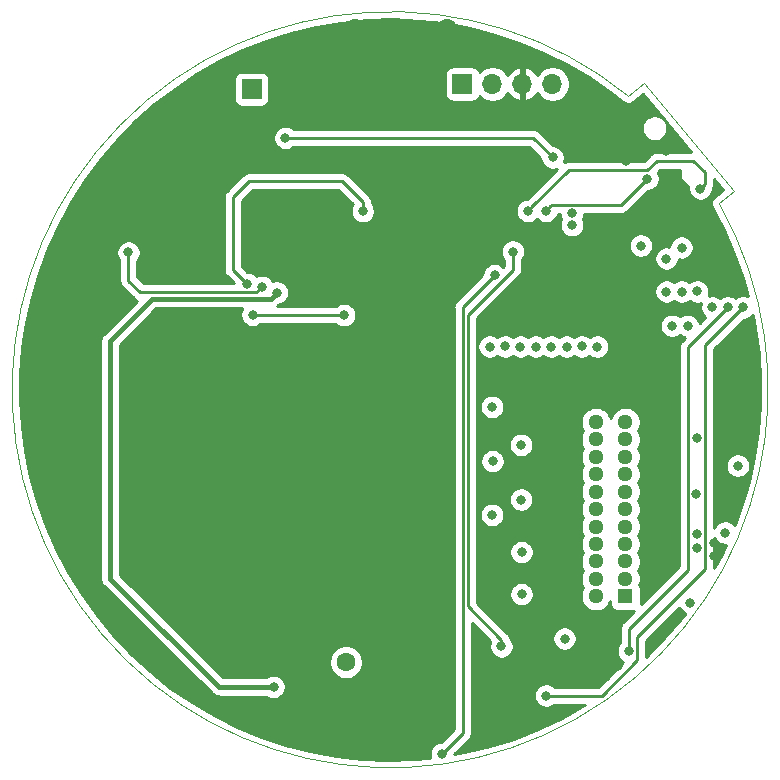
<source format=gbr>
G04 #@! TF.GenerationSoftware,KiCad,Pcbnew,(5.1.5)-3*
G04 #@! TF.CreationDate,2021-12-20T00:15:42-08:00*
G04 #@! TF.ProjectId,watch_v1,77617463-685f-4763-912e-6b696361645f,rev?*
G04 #@! TF.SameCoordinates,Original*
G04 #@! TF.FileFunction,Copper,L4,Bot*
G04 #@! TF.FilePolarity,Positive*
%FSLAX46Y46*%
G04 Gerber Fmt 4.6, Leading zero omitted, Abs format (unit mm)*
G04 Created by KiCad (PCBNEW (5.1.5)-3) date 2021-12-20 00:15:42*
%MOMM*%
%LPD*%
G04 APERTURE LIST*
%ADD10C,0.050000*%
%ADD11O,1.300000X1.300000*%
%ADD12R,1.300000X1.300000*%
%ADD13O,1.700000X1.700000*%
%ADD14R,1.700000X1.700000*%
%ADD15C,5.000000*%
%ADD16C,0.800000*%
%ADD17C,1.600200*%
%ADD18C,0.250000*%
%ADD19C,0.381000*%
%ADD20C,0.254000*%
G04 APERTURE END LIST*
D10*
X155752624Y-53294380D02*
G75*
G02X148089479Y-44241041I-27838224J-15793620D01*
G01*
X155752800Y-53294280D02*
X157038040Y-52242720D01*
X149407880Y-43159680D02*
X157038040Y-52242720D01*
X148089480Y-44241040D02*
X149407880Y-43159680D01*
D11*
X145333360Y-71823360D03*
X147833360Y-71823360D03*
X145333360Y-73298360D03*
X147833360Y-73298360D03*
X145333360Y-74773360D03*
X147833360Y-74773360D03*
X145333360Y-76248360D03*
X147833360Y-76248360D03*
X145333360Y-77723360D03*
X147833360Y-77723360D03*
X145333360Y-79198360D03*
X147833360Y-79198360D03*
X145333360Y-80673360D03*
X147833360Y-80673360D03*
X145333360Y-82148360D03*
X147833360Y-82148360D03*
X145333360Y-83623360D03*
X147833360Y-83623360D03*
X145333360Y-85098360D03*
X147833360Y-85098360D03*
X145333360Y-86573360D03*
D12*
X147833360Y-86573360D03*
D13*
X141655800Y-43205400D03*
X139115800Y-43205400D03*
X136575800Y-43205400D03*
D14*
X134035800Y-43205400D03*
D13*
X118719600Y-43637200D03*
D14*
X116179600Y-43637200D03*
D15*
X100787200Y-60568840D03*
D16*
X115786400Y-60128400D03*
X125590800Y-53981600D03*
D17*
X120617480Y-67281040D03*
X123157480Y-77451200D03*
X120617480Y-77451200D03*
X123157480Y-67281040D03*
X124857260Y-45229520D03*
X127397260Y-45229520D03*
X129937260Y-45229520D03*
X100190040Y-67628020D03*
X100190040Y-65088020D03*
X100190040Y-70168020D03*
X100134160Y-75715380D03*
X100134160Y-80795380D03*
X100134160Y-78255380D03*
X105601000Y-50705000D03*
X102425240Y-67628020D03*
X102425240Y-65088020D03*
X102425240Y-70168020D03*
X110173000Y-45701200D03*
X102369360Y-80795380D03*
X102369360Y-78255380D03*
X102369360Y-75715380D03*
X113119400Y-67281040D03*
X115659400Y-67281040D03*
X113119400Y-77451200D03*
X115659400Y-77451200D03*
X107610140Y-58713620D03*
X107610140Y-56173620D03*
X107836200Y-50705000D03*
X107836200Y-48165000D03*
D16*
X121298200Y-52991000D03*
X121298200Y-55531000D03*
X119723400Y-60560200D03*
X121272800Y-58045600D03*
X139688000Y-52496400D03*
X149533360Y-55026560D03*
X147711160Y-65923160D03*
X146771360Y-66553080D03*
X143459200Y-69946520D03*
X155366720Y-82031840D03*
X155366720Y-83185000D03*
X153857960Y-81285080D03*
X152166320Y-88463120D03*
X155635960Y-76916280D03*
X156707840Y-76880720D03*
X157784800Y-76865480D03*
D17*
X157058360Y-71104760D03*
X157104080Y-65831720D03*
X145491200Y-47081440D03*
X145491200Y-44653200D03*
D16*
X138181080Y-74777600D03*
X138165840Y-79375000D03*
X128315720Y-49443640D03*
X128325880Y-50601880D03*
X150174960Y-85542120D03*
X151480520Y-89275920D03*
X125436480Y-50295960D03*
X151246840Y-48895000D03*
X147873720Y-49687480D03*
X146161760Y-93385640D03*
X147228560Y-92471240D03*
D17*
X124907040Y-38484480D03*
X128818640Y-38484480D03*
X132730240Y-38484480D03*
D16*
X105753400Y-57461400D03*
X117056400Y-60382400D03*
X118326400Y-60865000D03*
X118047000Y-94240600D03*
X116269000Y-62744600D03*
X124021080Y-62780160D03*
X149138640Y-56896000D03*
X143316960Y-55158640D03*
X151303596Y-57987324D03*
X143322040Y-54157880D03*
X152587960Y-57058560D03*
X141086840Y-53954680D03*
X149697440Y-51226720D03*
X139562840Y-53954680D03*
X154172920Y-52054760D03*
X136753600Y-59395360D03*
X132295900Y-99910900D03*
X141674600Y-49428400D03*
X119049800Y-47777400D03*
D17*
X124170440Y-92166440D03*
D16*
X141538920Y-65435520D03*
X139009080Y-78399600D03*
X156286160Y-81193680D03*
X152608240Y-60787320D03*
X142849560Y-65445680D03*
X136580920Y-75143320D03*
X136342080Y-65435520D03*
X142680640Y-90169960D03*
X153847840Y-77922160D03*
X151292520Y-60787320D03*
X157789840Y-62113200D03*
X141123120Y-94985480D03*
X137647640Y-65430440D03*
X139034480Y-86405680D03*
X144144960Y-65425360D03*
X138998920Y-73756480D03*
X148122600Y-91227960D03*
X156499520Y-62113200D03*
X157342880Y-75524400D03*
X153096878Y-63672720D03*
X145445440Y-65445680D03*
X136555520Y-70535760D03*
X138943040Y-65440600D03*
X139034480Y-82834440D03*
X153852920Y-73197760D03*
X151775160Y-63672720D03*
X153334680Y-87116960D03*
X155204120Y-62118280D03*
X140238440Y-65440600D03*
X136545360Y-79689920D03*
X153858000Y-82484000D03*
X153908720Y-60772080D03*
X137327640Y-90830400D03*
X138292840Y-57404000D03*
D18*
X125590800Y-53981600D02*
X125590800Y-53981600D01*
X114592600Y-58934600D02*
X114592600Y-52813200D01*
X125590800Y-53194200D02*
X125590800Y-53981600D01*
X115786400Y-60128400D02*
X114592600Y-58934600D01*
X114592600Y-52813200D02*
X115964200Y-51441600D01*
X115964200Y-51441600D02*
X123838200Y-51441600D01*
X123838200Y-51441600D02*
X125590800Y-53194200D01*
X105753400Y-57461400D02*
X105753400Y-57461400D01*
X116585399Y-60853401D02*
X117056400Y-60382400D01*
X106757801Y-60853401D02*
X116585399Y-60853401D01*
X105753400Y-57461400D02*
X105753400Y-59849000D01*
X105753400Y-59849000D02*
X106757801Y-60853401D01*
D19*
X104204000Y-64954400D02*
X104204000Y-85122000D01*
X104204000Y-85122000D02*
X113435022Y-94240600D01*
X117818400Y-61373000D02*
X107785400Y-61373000D01*
X118326400Y-60865000D02*
X117818400Y-61373000D01*
X107785400Y-61373000D02*
X104204000Y-64954400D01*
X113435022Y-94240600D02*
X118047000Y-94240600D01*
D18*
X116294400Y-62770000D02*
X116269000Y-62744600D01*
X116304560Y-62780160D02*
X116269000Y-62744600D01*
X124021080Y-62780160D02*
X116304560Y-62780160D01*
D20*
X141486839Y-53554681D02*
X141086840Y-53954680D01*
X141610641Y-53430879D02*
X141486839Y-53554681D01*
X147493281Y-53430879D02*
X141610641Y-53430879D01*
X149697440Y-51226720D02*
X147493281Y-53430879D01*
X154172920Y-52054760D02*
X154572919Y-51654761D01*
X154572919Y-50693459D02*
X153582180Y-49702720D01*
X154572919Y-51654761D02*
X154572919Y-50693459D01*
X143017801Y-50499719D02*
X139962839Y-53554681D01*
X139962839Y-53554681D02*
X139562840Y-53954680D01*
X149687841Y-50499719D02*
X143017801Y-50499719D01*
X150484840Y-49702720D02*
X149687841Y-50499719D01*
X153582180Y-49702720D02*
X150484840Y-49702720D01*
X134040880Y-95068925D02*
X134040880Y-62108080D01*
X134040880Y-62108080D02*
X136753600Y-59395360D01*
X136753600Y-59395360D02*
X136753600Y-59395360D01*
X134040880Y-95068925D02*
X134040880Y-98165920D01*
X134040880Y-98165920D02*
X132295900Y-99910900D01*
X132295900Y-99910900D02*
X132295900Y-99910900D01*
X140023600Y-47777400D02*
X141674600Y-49428400D01*
X119049800Y-47777400D02*
X140023600Y-47777400D01*
X154585001Y-65318039D02*
X157789840Y-62113200D01*
X145811882Y-94985480D02*
X148849601Y-91947761D01*
X141123120Y-94985480D02*
X145811882Y-94985480D01*
X148849601Y-90022159D02*
X154585001Y-84286759D01*
X148849601Y-91947761D02*
X148849601Y-90022159D01*
X154585001Y-84286759D02*
X154585001Y-65318039D01*
X156499520Y-62113200D02*
X153120839Y-65491881D01*
X153120839Y-65491881D02*
X153120839Y-84333601D01*
X148122600Y-89331840D02*
X148122600Y-91227960D01*
X153120839Y-84333601D02*
X148122600Y-89331840D01*
X137327640Y-90264715D02*
X134494890Y-87431965D01*
X137327640Y-90830400D02*
X137327640Y-90264715D01*
X134494890Y-62730032D02*
X138292840Y-58932082D01*
X134494890Y-87431965D02*
X134494890Y-62730032D01*
X138292840Y-58932082D02*
X138292840Y-57404000D01*
X138292840Y-57404000D02*
X138292840Y-57404000D01*
G36*
X130336797Y-37835813D02*
G01*
X132510936Y-38080920D01*
X134662679Y-38477088D01*
X136781552Y-39022392D01*
X138857227Y-39714174D01*
X140879584Y-40549059D01*
X142838783Y-41522986D01*
X144725263Y-42631204D01*
X146533072Y-43870529D01*
X147652279Y-44737235D01*
X147668611Y-44753576D01*
X147722714Y-44789748D01*
X147722765Y-44789785D01*
X147722818Y-44789818D01*
X147776689Y-44825835D01*
X147896786Y-44875621D01*
X148024290Y-44901020D01*
X148154298Y-44901057D01*
X148281815Y-44875730D01*
X148401941Y-44826012D01*
X148482969Y-44771904D01*
X149322089Y-44083653D01*
X153402242Y-48940720D01*
X150522263Y-48940720D01*
X150484840Y-48937034D01*
X150447417Y-48940720D01*
X150447414Y-48940720D01*
X150335462Y-48951746D01*
X150191825Y-48995318D01*
X150152922Y-49016112D01*
X150059447Y-49066075D01*
X150010409Y-49106320D01*
X149943418Y-49161298D01*
X149919560Y-49190369D01*
X149372211Y-49737719D01*
X143055224Y-49737719D01*
X143017801Y-49734033D01*
X142980378Y-49737719D01*
X142980375Y-49737719D01*
X142868423Y-49748745D01*
X142724786Y-49792317D01*
X142663165Y-49825254D01*
X142621203Y-49847683D01*
X142669826Y-49730298D01*
X142709600Y-49530339D01*
X142709600Y-49326461D01*
X142669826Y-49126502D01*
X142591805Y-48938144D01*
X142478537Y-48768626D01*
X142334374Y-48624463D01*
X142164856Y-48511195D01*
X141976498Y-48433174D01*
X141776539Y-48393400D01*
X141717230Y-48393400D01*
X140588884Y-47265054D01*
X140565022Y-47235978D01*
X140448992Y-47140755D01*
X140316615Y-47069998D01*
X140172978Y-47026426D01*
X140061026Y-47015400D01*
X140061023Y-47015400D01*
X140023600Y-47011714D01*
X139986177Y-47015400D01*
X119751511Y-47015400D01*
X119709574Y-46973463D01*
X119540056Y-46860195D01*
X119509712Y-46847626D01*
X149215271Y-46847626D01*
X149215271Y-47061352D01*
X149256967Y-47270972D01*
X149338756Y-47468429D01*
X149457496Y-47646136D01*
X149608624Y-47797264D01*
X149786331Y-47916004D01*
X149983788Y-47997793D01*
X150193408Y-48039489D01*
X150407134Y-48039489D01*
X150616754Y-47997793D01*
X150814211Y-47916004D01*
X150991918Y-47797264D01*
X151143046Y-47646136D01*
X151261786Y-47468429D01*
X151343575Y-47270972D01*
X151385271Y-47061352D01*
X151385271Y-46847626D01*
X151343575Y-46638006D01*
X151261786Y-46440549D01*
X151143046Y-46262842D01*
X150991918Y-46111714D01*
X150814211Y-45992974D01*
X150616754Y-45911185D01*
X150407134Y-45869489D01*
X150193408Y-45869489D01*
X149983788Y-45911185D01*
X149786331Y-45992974D01*
X149608624Y-46111714D01*
X149457496Y-46262842D01*
X149338756Y-46440549D01*
X149256967Y-46638006D01*
X149215271Y-46847626D01*
X119509712Y-46847626D01*
X119351698Y-46782174D01*
X119151739Y-46742400D01*
X118947861Y-46742400D01*
X118747902Y-46782174D01*
X118559544Y-46860195D01*
X118390026Y-46973463D01*
X118245863Y-47117626D01*
X118132595Y-47287144D01*
X118054574Y-47475502D01*
X118014800Y-47675461D01*
X118014800Y-47879339D01*
X118054574Y-48079298D01*
X118132595Y-48267656D01*
X118245863Y-48437174D01*
X118390026Y-48581337D01*
X118559544Y-48694605D01*
X118747902Y-48772626D01*
X118947861Y-48812400D01*
X119151739Y-48812400D01*
X119351698Y-48772626D01*
X119540056Y-48694605D01*
X119709574Y-48581337D01*
X119751511Y-48539400D01*
X139707970Y-48539400D01*
X140639600Y-49471030D01*
X140639600Y-49530339D01*
X140679374Y-49730298D01*
X140757395Y-49918656D01*
X140870663Y-50088174D01*
X141014826Y-50232337D01*
X141184344Y-50345605D01*
X141372702Y-50423626D01*
X141572661Y-50463400D01*
X141776539Y-50463400D01*
X141976498Y-50423626D01*
X142044383Y-50395507D01*
X139520210Y-52919680D01*
X139460901Y-52919680D01*
X139260942Y-52959454D01*
X139072584Y-53037475D01*
X138903066Y-53150743D01*
X138758903Y-53294906D01*
X138645635Y-53464424D01*
X138567614Y-53652782D01*
X138527840Y-53852741D01*
X138527840Y-54056619D01*
X138567614Y-54256578D01*
X138645635Y-54444936D01*
X138758903Y-54614454D01*
X138903066Y-54758617D01*
X139072584Y-54871885D01*
X139260942Y-54949906D01*
X139460901Y-54989680D01*
X139664779Y-54989680D01*
X139864738Y-54949906D01*
X140053096Y-54871885D01*
X140222614Y-54758617D01*
X140324840Y-54656391D01*
X140427066Y-54758617D01*
X140596584Y-54871885D01*
X140784942Y-54949906D01*
X140984901Y-54989680D01*
X141188779Y-54989680D01*
X141388738Y-54949906D01*
X141577096Y-54871885D01*
X141746614Y-54758617D01*
X141890777Y-54614454D01*
X142004045Y-54444936D01*
X142082066Y-54256578D01*
X142094736Y-54192879D01*
X142287040Y-54192879D01*
X142287040Y-54259819D01*
X142326814Y-54459778D01*
X142404835Y-54648136D01*
X142409060Y-54654459D01*
X142399755Y-54668384D01*
X142321734Y-54856742D01*
X142281960Y-55056701D01*
X142281960Y-55260579D01*
X142321734Y-55460538D01*
X142399755Y-55648896D01*
X142513023Y-55818414D01*
X142657186Y-55962577D01*
X142826704Y-56075845D01*
X143015062Y-56153866D01*
X143215021Y-56193640D01*
X143418899Y-56193640D01*
X143618858Y-56153866D01*
X143807216Y-56075845D01*
X143976734Y-55962577D01*
X144120897Y-55818414D01*
X144234165Y-55648896D01*
X144312186Y-55460538D01*
X144351960Y-55260579D01*
X144351960Y-55056701D01*
X144312186Y-54856742D01*
X144234165Y-54668384D01*
X144229940Y-54662061D01*
X144239245Y-54648136D01*
X144317266Y-54459778D01*
X144357040Y-54259819D01*
X144357040Y-54192879D01*
X147455858Y-54192879D01*
X147493281Y-54196565D01*
X147530704Y-54192879D01*
X147530707Y-54192879D01*
X147642659Y-54181853D01*
X147786296Y-54138281D01*
X147918673Y-54067524D01*
X148034703Y-53972301D01*
X148058565Y-53943225D01*
X149740070Y-52261720D01*
X149799379Y-52261720D01*
X149999338Y-52221946D01*
X150187696Y-52143925D01*
X150357214Y-52030657D01*
X150501377Y-51886494D01*
X150614645Y-51716976D01*
X150692666Y-51528618D01*
X150732440Y-51328659D01*
X150732440Y-51124781D01*
X150692666Y-50924822D01*
X150614645Y-50736464D01*
X150580231Y-50684960D01*
X150800471Y-50464720D01*
X152472358Y-50464720D01*
X152470905Y-50468228D01*
X152429209Y-50677848D01*
X152429209Y-50891574D01*
X152470905Y-51101194D01*
X152552694Y-51298651D01*
X152671434Y-51476358D01*
X152822562Y-51627486D01*
X153000269Y-51746226D01*
X153165408Y-51814628D01*
X153137920Y-51952821D01*
X153137920Y-52156699D01*
X153177694Y-52356658D01*
X153255715Y-52545016D01*
X153368983Y-52714534D01*
X153513146Y-52858697D01*
X153682664Y-52971965D01*
X153871022Y-53049986D01*
X154070981Y-53089760D01*
X154274859Y-53089760D01*
X154474818Y-53049986D01*
X154663176Y-52971965D01*
X154832694Y-52858697D01*
X154976857Y-52714534D01*
X155090125Y-52545016D01*
X155168146Y-52356658D01*
X155207920Y-52156699D01*
X155207920Y-52082156D01*
X155209564Y-52080153D01*
X155280321Y-51947776D01*
X155323893Y-51804139D01*
X155334919Y-51692187D01*
X155334919Y-51692185D01*
X155338605Y-51654762D01*
X155334919Y-51617339D01*
X155334919Y-51241403D01*
X156102630Y-52155296D01*
X155309773Y-52803998D01*
X155281696Y-52831991D01*
X155281332Y-52832337D01*
X155281160Y-52832525D01*
X155240774Y-52872790D01*
X155168384Y-52980780D01*
X155118453Y-53100818D01*
X155108254Y-53151692D01*
X155108100Y-53152292D01*
X155107716Y-53154378D01*
X155092899Y-53228290D01*
X155092814Y-53285378D01*
X155092643Y-53289401D01*
X155092799Y-53295113D01*
X155092705Y-53358298D01*
X155104968Y-53420434D01*
X155106029Y-53426728D01*
X155107024Y-53430852D01*
X155117878Y-53485846D01*
X155145994Y-53554013D01*
X155147677Y-53558270D01*
X155148207Y-53559378D01*
X155167450Y-53606032D01*
X155182938Y-53629287D01*
X156190787Y-55559765D01*
X157065590Y-57565185D01*
X157798366Y-59626726D01*
X158229754Y-61175143D01*
X158091738Y-61117974D01*
X157891779Y-61078200D01*
X157687901Y-61078200D01*
X157487942Y-61117974D01*
X157299584Y-61195995D01*
X157144680Y-61299498D01*
X156989776Y-61195995D01*
X156801418Y-61117974D01*
X156601459Y-61078200D01*
X156397581Y-61078200D01*
X156197622Y-61117974D01*
X156009264Y-61195995D01*
X155848019Y-61303735D01*
X155694376Y-61201075D01*
X155506018Y-61123054D01*
X155306059Y-61083280D01*
X155102181Y-61083280D01*
X154902222Y-61123054D01*
X154879765Y-61132356D01*
X154903946Y-61073978D01*
X154943720Y-60874019D01*
X154943720Y-60670141D01*
X154903946Y-60470182D01*
X154825925Y-60281824D01*
X154712657Y-60112306D01*
X154568494Y-59968143D01*
X154398976Y-59854875D01*
X154210618Y-59776854D01*
X154010659Y-59737080D01*
X153806781Y-59737080D01*
X153606822Y-59776854D01*
X153418464Y-59854875D01*
X153248946Y-59968143D01*
X153247448Y-59969641D01*
X153098496Y-59870115D01*
X152910138Y-59792094D01*
X152710179Y-59752320D01*
X152506301Y-59752320D01*
X152306342Y-59792094D01*
X152117984Y-59870115D01*
X151950380Y-59982104D01*
X151782776Y-59870115D01*
X151594418Y-59792094D01*
X151394459Y-59752320D01*
X151190581Y-59752320D01*
X150990622Y-59792094D01*
X150802264Y-59870115D01*
X150632746Y-59983383D01*
X150488583Y-60127546D01*
X150375315Y-60297064D01*
X150297294Y-60485422D01*
X150257520Y-60685381D01*
X150257520Y-60889259D01*
X150297294Y-61089218D01*
X150375315Y-61277576D01*
X150488583Y-61447094D01*
X150632746Y-61591257D01*
X150802264Y-61704525D01*
X150990622Y-61782546D01*
X151190581Y-61822320D01*
X151394459Y-61822320D01*
X151594418Y-61782546D01*
X151782776Y-61704525D01*
X151950380Y-61592536D01*
X152117984Y-61704525D01*
X152306342Y-61782546D01*
X152506301Y-61822320D01*
X152710179Y-61822320D01*
X152910138Y-61782546D01*
X153098496Y-61704525D01*
X153268014Y-61591257D01*
X153269512Y-61589759D01*
X153418464Y-61689285D01*
X153606822Y-61767306D01*
X153806781Y-61807080D01*
X154010659Y-61807080D01*
X154210618Y-61767306D01*
X154233075Y-61758004D01*
X154208894Y-61816382D01*
X154169120Y-62016341D01*
X154169120Y-62220219D01*
X154208894Y-62420178D01*
X154286915Y-62608536D01*
X154400183Y-62778054D01*
X154544346Y-62922217D01*
X154585425Y-62949665D01*
X154104077Y-63431013D01*
X154092104Y-63370822D01*
X154014083Y-63182464D01*
X153900815Y-63012946D01*
X153756652Y-62868783D01*
X153587134Y-62755515D01*
X153398776Y-62677494D01*
X153198817Y-62637720D01*
X152994939Y-62637720D01*
X152794980Y-62677494D01*
X152606622Y-62755515D01*
X152437104Y-62868783D01*
X152436019Y-62869868D01*
X152434934Y-62868783D01*
X152265416Y-62755515D01*
X152077058Y-62677494D01*
X151877099Y-62637720D01*
X151673221Y-62637720D01*
X151473262Y-62677494D01*
X151284904Y-62755515D01*
X151115386Y-62868783D01*
X150971223Y-63012946D01*
X150857955Y-63182464D01*
X150779934Y-63370822D01*
X150740160Y-63570781D01*
X150740160Y-63774659D01*
X150779934Y-63974618D01*
X150857955Y-64162976D01*
X150971223Y-64332494D01*
X151115386Y-64476657D01*
X151284904Y-64589925D01*
X151473262Y-64667946D01*
X151673221Y-64707720D01*
X151877099Y-64707720D01*
X152077058Y-64667946D01*
X152265416Y-64589925D01*
X152434934Y-64476657D01*
X152436019Y-64475572D01*
X152437104Y-64476657D01*
X152606622Y-64589925D01*
X152794980Y-64667946D01*
X152855171Y-64679919D01*
X152608493Y-64926597D01*
X152579417Y-64950459D01*
X152531690Y-65008615D01*
X152484194Y-65066489D01*
X152448311Y-65133622D01*
X152413437Y-65198867D01*
X152369865Y-65342504D01*
X152362677Y-65415487D01*
X152355153Y-65491881D01*
X152358839Y-65529304D01*
X152358840Y-84017969D01*
X149117934Y-87258876D01*
X149121432Y-87223360D01*
X149121432Y-85923360D01*
X149109172Y-85798878D01*
X149072862Y-85679180D01*
X149022600Y-85585149D01*
X149068979Y-85473181D01*
X149118360Y-85224921D01*
X149118360Y-84971799D01*
X149068979Y-84723539D01*
X148972113Y-84489684D01*
X148886035Y-84360860D01*
X148972113Y-84232036D01*
X149068979Y-83998181D01*
X149118360Y-83749921D01*
X149118360Y-83496799D01*
X149068979Y-83248539D01*
X148972113Y-83014684D01*
X148886035Y-82885860D01*
X148972113Y-82757036D01*
X149068979Y-82523181D01*
X149118360Y-82274921D01*
X149118360Y-82021799D01*
X149068979Y-81773539D01*
X148972113Y-81539684D01*
X148886035Y-81410860D01*
X148972113Y-81282036D01*
X149068979Y-81048181D01*
X149118360Y-80799921D01*
X149118360Y-80546799D01*
X149068979Y-80298539D01*
X148972113Y-80064684D01*
X148886035Y-79935860D01*
X148972113Y-79807036D01*
X149068979Y-79573181D01*
X149118360Y-79324921D01*
X149118360Y-79071799D01*
X149068979Y-78823539D01*
X148972113Y-78589684D01*
X148886035Y-78460860D01*
X148972113Y-78332036D01*
X149068979Y-78098181D01*
X149118360Y-77849921D01*
X149118360Y-77596799D01*
X149068979Y-77348539D01*
X148972113Y-77114684D01*
X148886035Y-76985860D01*
X148972113Y-76857036D01*
X149068979Y-76623181D01*
X149118360Y-76374921D01*
X149118360Y-76121799D01*
X149068979Y-75873539D01*
X148972113Y-75639684D01*
X148886035Y-75510860D01*
X148972113Y-75382036D01*
X149068979Y-75148181D01*
X149118360Y-74899921D01*
X149118360Y-74646799D01*
X149068979Y-74398539D01*
X148972113Y-74164684D01*
X148886035Y-74035860D01*
X148972113Y-73907036D01*
X149068979Y-73673181D01*
X149118360Y-73424921D01*
X149118360Y-73171799D01*
X149068979Y-72923539D01*
X148972113Y-72689684D01*
X148886035Y-72560860D01*
X148972113Y-72432036D01*
X149068979Y-72198181D01*
X149118360Y-71949921D01*
X149118360Y-71696799D01*
X149068979Y-71448539D01*
X148972113Y-71214684D01*
X148831485Y-71004220D01*
X148652500Y-70825235D01*
X148442036Y-70684607D01*
X148208181Y-70587741D01*
X147959921Y-70538360D01*
X147706799Y-70538360D01*
X147458539Y-70587741D01*
X147224684Y-70684607D01*
X147014220Y-70825235D01*
X146835235Y-71004220D01*
X146694607Y-71214684D01*
X146597741Y-71448539D01*
X146583360Y-71520839D01*
X146568979Y-71448539D01*
X146472113Y-71214684D01*
X146331485Y-71004220D01*
X146152500Y-70825235D01*
X145942036Y-70684607D01*
X145708181Y-70587741D01*
X145459921Y-70538360D01*
X145206799Y-70538360D01*
X144958539Y-70587741D01*
X144724684Y-70684607D01*
X144514220Y-70825235D01*
X144335235Y-71004220D01*
X144194607Y-71214684D01*
X144097741Y-71448539D01*
X144048360Y-71696799D01*
X144048360Y-71949921D01*
X144097741Y-72198181D01*
X144194607Y-72432036D01*
X144280685Y-72560860D01*
X144194607Y-72689684D01*
X144097741Y-72923539D01*
X144048360Y-73171799D01*
X144048360Y-73424921D01*
X144097741Y-73673181D01*
X144194607Y-73907036D01*
X144280685Y-74035860D01*
X144194607Y-74164684D01*
X144097741Y-74398539D01*
X144048360Y-74646799D01*
X144048360Y-74899921D01*
X144097741Y-75148181D01*
X144194607Y-75382036D01*
X144280685Y-75510860D01*
X144194607Y-75639684D01*
X144097741Y-75873539D01*
X144048360Y-76121799D01*
X144048360Y-76374921D01*
X144097741Y-76623181D01*
X144194607Y-76857036D01*
X144280685Y-76985860D01*
X144194607Y-77114684D01*
X144097741Y-77348539D01*
X144048360Y-77596799D01*
X144048360Y-77849921D01*
X144097741Y-78098181D01*
X144194607Y-78332036D01*
X144280685Y-78460860D01*
X144194607Y-78589684D01*
X144097741Y-78823539D01*
X144048360Y-79071799D01*
X144048360Y-79324921D01*
X144097741Y-79573181D01*
X144194607Y-79807036D01*
X144280685Y-79935860D01*
X144194607Y-80064684D01*
X144097741Y-80298539D01*
X144048360Y-80546799D01*
X144048360Y-80799921D01*
X144097741Y-81048181D01*
X144194607Y-81282036D01*
X144280685Y-81410860D01*
X144194607Y-81539684D01*
X144097741Y-81773539D01*
X144048360Y-82021799D01*
X144048360Y-82274921D01*
X144097741Y-82523181D01*
X144194607Y-82757036D01*
X144280685Y-82885860D01*
X144194607Y-83014684D01*
X144097741Y-83248539D01*
X144048360Y-83496799D01*
X144048360Y-83749921D01*
X144097741Y-83998181D01*
X144194607Y-84232036D01*
X144280685Y-84360860D01*
X144194607Y-84489684D01*
X144097741Y-84723539D01*
X144048360Y-84971799D01*
X144048360Y-85224921D01*
X144097741Y-85473181D01*
X144194607Y-85707036D01*
X144280685Y-85835860D01*
X144194607Y-85964684D01*
X144097741Y-86198539D01*
X144048360Y-86446799D01*
X144048360Y-86699921D01*
X144097741Y-86948181D01*
X144194607Y-87182036D01*
X144335235Y-87392500D01*
X144514220Y-87571485D01*
X144724684Y-87712113D01*
X144958539Y-87808979D01*
X145206799Y-87858360D01*
X145459921Y-87858360D01*
X145708181Y-87808979D01*
X145942036Y-87712113D01*
X146152500Y-87571485D01*
X146331485Y-87392500D01*
X146472113Y-87182036D01*
X146545288Y-87005376D01*
X146545288Y-87223360D01*
X146557548Y-87347842D01*
X146593858Y-87467540D01*
X146652823Y-87577854D01*
X146732175Y-87674545D01*
X146828866Y-87753897D01*
X146939180Y-87812862D01*
X147058878Y-87849172D01*
X147183360Y-87861432D01*
X148483360Y-87861432D01*
X148518876Y-87857934D01*
X147610254Y-88766556D01*
X147581178Y-88790418D01*
X147525583Y-88858162D01*
X147485955Y-88906448D01*
X147485288Y-88907696D01*
X147415198Y-89038826D01*
X147371626Y-89182463D01*
X147362888Y-89271185D01*
X147356914Y-89331840D01*
X147360600Y-89369264D01*
X147360601Y-90526248D01*
X147318663Y-90568186D01*
X147205395Y-90737704D01*
X147127374Y-90926062D01*
X147087600Y-91126021D01*
X147087600Y-91329899D01*
X147127374Y-91529858D01*
X147205395Y-91718216D01*
X147318663Y-91887734D01*
X147462826Y-92031897D01*
X147597709Y-92122023D01*
X145496252Y-94223480D01*
X141824831Y-94223480D01*
X141782894Y-94181543D01*
X141613376Y-94068275D01*
X141425018Y-93990254D01*
X141225059Y-93950480D01*
X141021181Y-93950480D01*
X140821222Y-93990254D01*
X140632864Y-94068275D01*
X140463346Y-94181543D01*
X140319183Y-94325706D01*
X140205915Y-94495224D01*
X140127894Y-94683582D01*
X140088120Y-94883541D01*
X140088120Y-95087419D01*
X140127894Y-95287378D01*
X140205915Y-95475736D01*
X140319183Y-95645254D01*
X140463346Y-95789417D01*
X140632864Y-95902685D01*
X140821222Y-95980706D01*
X141021181Y-96020480D01*
X141225059Y-96020480D01*
X141425018Y-95980706D01*
X141613376Y-95902685D01*
X141782894Y-95789417D01*
X141824831Y-95747480D01*
X144396427Y-95747480D01*
X144324221Y-95795395D01*
X142421228Y-96875031D01*
X140447558Y-97819291D01*
X138412839Y-98623571D01*
X136326967Y-99283958D01*
X134200117Y-99797232D01*
X133342667Y-99941763D01*
X134553232Y-98731199D01*
X134582302Y-98707342D01*
X134677525Y-98591312D01*
X134748282Y-98458935D01*
X134791854Y-98315298D01*
X134802880Y-98203346D01*
X134802880Y-98203344D01*
X134806566Y-98165921D01*
X134802880Y-98128498D01*
X134802880Y-88817585D01*
X136385540Y-90400246D01*
X136332414Y-90528502D01*
X136292640Y-90728461D01*
X136292640Y-90932339D01*
X136332414Y-91132298D01*
X136410435Y-91320656D01*
X136523703Y-91490174D01*
X136667866Y-91634337D01*
X136837384Y-91747605D01*
X137025742Y-91825626D01*
X137225701Y-91865400D01*
X137429579Y-91865400D01*
X137629538Y-91825626D01*
X137817896Y-91747605D01*
X137987414Y-91634337D01*
X138131577Y-91490174D01*
X138244845Y-91320656D01*
X138322866Y-91132298D01*
X138362640Y-90932339D01*
X138362640Y-90728461D01*
X138322866Y-90528502D01*
X138244845Y-90340144D01*
X138131577Y-90170626D01*
X138078868Y-90117917D01*
X138078614Y-90115337D01*
X138064261Y-90068021D01*
X141645640Y-90068021D01*
X141645640Y-90271899D01*
X141685414Y-90471858D01*
X141763435Y-90660216D01*
X141876703Y-90829734D01*
X142020866Y-90973897D01*
X142190384Y-91087165D01*
X142378742Y-91165186D01*
X142578701Y-91204960D01*
X142782579Y-91204960D01*
X142982538Y-91165186D01*
X143170896Y-91087165D01*
X143340414Y-90973897D01*
X143484577Y-90829734D01*
X143597845Y-90660216D01*
X143675866Y-90471858D01*
X143715640Y-90271899D01*
X143715640Y-90068021D01*
X143675866Y-89868062D01*
X143597845Y-89679704D01*
X143484577Y-89510186D01*
X143340414Y-89366023D01*
X143170896Y-89252755D01*
X142982538Y-89174734D01*
X142782579Y-89134960D01*
X142578701Y-89134960D01*
X142378742Y-89174734D01*
X142190384Y-89252755D01*
X142020866Y-89366023D01*
X141876703Y-89510186D01*
X141763435Y-89679704D01*
X141685414Y-89868062D01*
X141645640Y-90068021D01*
X138064261Y-90068021D01*
X138035042Y-89971700D01*
X138034361Y-89970425D01*
X138003770Y-89913195D01*
X137964285Y-89839323D01*
X137869062Y-89723293D01*
X137839992Y-89699436D01*
X135256890Y-87116335D01*
X135256890Y-86303741D01*
X137999480Y-86303741D01*
X137999480Y-86507619D01*
X138039254Y-86707578D01*
X138117275Y-86895936D01*
X138230543Y-87065454D01*
X138374706Y-87209617D01*
X138544224Y-87322885D01*
X138732582Y-87400906D01*
X138932541Y-87440680D01*
X139136419Y-87440680D01*
X139336378Y-87400906D01*
X139524736Y-87322885D01*
X139694254Y-87209617D01*
X139838417Y-87065454D01*
X139951685Y-86895936D01*
X140029706Y-86707578D01*
X140069480Y-86507619D01*
X140069480Y-86303741D01*
X140029706Y-86103782D01*
X139951685Y-85915424D01*
X139838417Y-85745906D01*
X139694254Y-85601743D01*
X139524736Y-85488475D01*
X139336378Y-85410454D01*
X139136419Y-85370680D01*
X138932541Y-85370680D01*
X138732582Y-85410454D01*
X138544224Y-85488475D01*
X138374706Y-85601743D01*
X138230543Y-85745906D01*
X138117275Y-85915424D01*
X138039254Y-86103782D01*
X137999480Y-86303741D01*
X135256890Y-86303741D01*
X135256890Y-82732501D01*
X137999480Y-82732501D01*
X137999480Y-82936379D01*
X138039254Y-83136338D01*
X138117275Y-83324696D01*
X138230543Y-83494214D01*
X138374706Y-83638377D01*
X138544224Y-83751645D01*
X138732582Y-83829666D01*
X138932541Y-83869440D01*
X139136419Y-83869440D01*
X139336378Y-83829666D01*
X139524736Y-83751645D01*
X139694254Y-83638377D01*
X139838417Y-83494214D01*
X139951685Y-83324696D01*
X140029706Y-83136338D01*
X140069480Y-82936379D01*
X140069480Y-82732501D01*
X140029706Y-82532542D01*
X139951685Y-82344184D01*
X139838417Y-82174666D01*
X139694254Y-82030503D01*
X139524736Y-81917235D01*
X139336378Y-81839214D01*
X139136419Y-81799440D01*
X138932541Y-81799440D01*
X138732582Y-81839214D01*
X138544224Y-81917235D01*
X138374706Y-82030503D01*
X138230543Y-82174666D01*
X138117275Y-82344184D01*
X138039254Y-82532542D01*
X137999480Y-82732501D01*
X135256890Y-82732501D01*
X135256890Y-79587981D01*
X135510360Y-79587981D01*
X135510360Y-79791859D01*
X135550134Y-79991818D01*
X135628155Y-80180176D01*
X135741423Y-80349694D01*
X135885586Y-80493857D01*
X136055104Y-80607125D01*
X136243462Y-80685146D01*
X136443421Y-80724920D01*
X136647299Y-80724920D01*
X136847258Y-80685146D01*
X137035616Y-80607125D01*
X137205134Y-80493857D01*
X137349297Y-80349694D01*
X137462565Y-80180176D01*
X137540586Y-79991818D01*
X137580360Y-79791859D01*
X137580360Y-79587981D01*
X137540586Y-79388022D01*
X137462565Y-79199664D01*
X137349297Y-79030146D01*
X137205134Y-78885983D01*
X137035616Y-78772715D01*
X136847258Y-78694694D01*
X136647299Y-78654920D01*
X136443421Y-78654920D01*
X136243462Y-78694694D01*
X136055104Y-78772715D01*
X135885586Y-78885983D01*
X135741423Y-79030146D01*
X135628155Y-79199664D01*
X135550134Y-79388022D01*
X135510360Y-79587981D01*
X135256890Y-79587981D01*
X135256890Y-78297661D01*
X137974080Y-78297661D01*
X137974080Y-78501539D01*
X138013854Y-78701498D01*
X138091875Y-78889856D01*
X138205143Y-79059374D01*
X138349306Y-79203537D01*
X138518824Y-79316805D01*
X138707182Y-79394826D01*
X138907141Y-79434600D01*
X139111019Y-79434600D01*
X139310978Y-79394826D01*
X139499336Y-79316805D01*
X139668854Y-79203537D01*
X139813017Y-79059374D01*
X139926285Y-78889856D01*
X140004306Y-78701498D01*
X140044080Y-78501539D01*
X140044080Y-78297661D01*
X140004306Y-78097702D01*
X139926285Y-77909344D01*
X139813017Y-77739826D01*
X139668854Y-77595663D01*
X139499336Y-77482395D01*
X139310978Y-77404374D01*
X139111019Y-77364600D01*
X138907141Y-77364600D01*
X138707182Y-77404374D01*
X138518824Y-77482395D01*
X138349306Y-77595663D01*
X138205143Y-77739826D01*
X138091875Y-77909344D01*
X138013854Y-78097702D01*
X137974080Y-78297661D01*
X135256890Y-78297661D01*
X135256890Y-75041381D01*
X135545920Y-75041381D01*
X135545920Y-75245259D01*
X135585694Y-75445218D01*
X135663715Y-75633576D01*
X135776983Y-75803094D01*
X135921146Y-75947257D01*
X136090664Y-76060525D01*
X136279022Y-76138546D01*
X136478981Y-76178320D01*
X136682859Y-76178320D01*
X136882818Y-76138546D01*
X137071176Y-76060525D01*
X137240694Y-75947257D01*
X137384857Y-75803094D01*
X137498125Y-75633576D01*
X137576146Y-75445218D01*
X137615920Y-75245259D01*
X137615920Y-75041381D01*
X137576146Y-74841422D01*
X137498125Y-74653064D01*
X137384857Y-74483546D01*
X137240694Y-74339383D01*
X137071176Y-74226115D01*
X136882818Y-74148094D01*
X136682859Y-74108320D01*
X136478981Y-74108320D01*
X136279022Y-74148094D01*
X136090664Y-74226115D01*
X135921146Y-74339383D01*
X135776983Y-74483546D01*
X135663715Y-74653064D01*
X135585694Y-74841422D01*
X135545920Y-75041381D01*
X135256890Y-75041381D01*
X135256890Y-73654541D01*
X137963920Y-73654541D01*
X137963920Y-73858419D01*
X138003694Y-74058378D01*
X138081715Y-74246736D01*
X138194983Y-74416254D01*
X138339146Y-74560417D01*
X138508664Y-74673685D01*
X138697022Y-74751706D01*
X138896981Y-74791480D01*
X139100859Y-74791480D01*
X139300818Y-74751706D01*
X139489176Y-74673685D01*
X139658694Y-74560417D01*
X139802857Y-74416254D01*
X139916125Y-74246736D01*
X139994146Y-74058378D01*
X140033920Y-73858419D01*
X140033920Y-73654541D01*
X139994146Y-73454582D01*
X139916125Y-73266224D01*
X139802857Y-73096706D01*
X139658694Y-72952543D01*
X139489176Y-72839275D01*
X139300818Y-72761254D01*
X139100859Y-72721480D01*
X138896981Y-72721480D01*
X138697022Y-72761254D01*
X138508664Y-72839275D01*
X138339146Y-72952543D01*
X138194983Y-73096706D01*
X138081715Y-73266224D01*
X138003694Y-73454582D01*
X137963920Y-73654541D01*
X135256890Y-73654541D01*
X135256890Y-70433821D01*
X135520520Y-70433821D01*
X135520520Y-70637699D01*
X135560294Y-70837658D01*
X135638315Y-71026016D01*
X135751583Y-71195534D01*
X135895746Y-71339697D01*
X136065264Y-71452965D01*
X136253622Y-71530986D01*
X136453581Y-71570760D01*
X136657459Y-71570760D01*
X136857418Y-71530986D01*
X137045776Y-71452965D01*
X137215294Y-71339697D01*
X137359457Y-71195534D01*
X137472725Y-71026016D01*
X137550746Y-70837658D01*
X137590520Y-70637699D01*
X137590520Y-70433821D01*
X137550746Y-70233862D01*
X137472725Y-70045504D01*
X137359457Y-69875986D01*
X137215294Y-69731823D01*
X137045776Y-69618555D01*
X136857418Y-69540534D01*
X136657459Y-69500760D01*
X136453581Y-69500760D01*
X136253622Y-69540534D01*
X136065264Y-69618555D01*
X135895746Y-69731823D01*
X135751583Y-69875986D01*
X135638315Y-70045504D01*
X135560294Y-70233862D01*
X135520520Y-70433821D01*
X135256890Y-70433821D01*
X135256890Y-65333581D01*
X135307080Y-65333581D01*
X135307080Y-65537459D01*
X135346854Y-65737418D01*
X135424875Y-65925776D01*
X135538143Y-66095294D01*
X135682306Y-66239457D01*
X135851824Y-66352725D01*
X136040182Y-66430746D01*
X136240141Y-66470520D01*
X136444019Y-66470520D01*
X136643978Y-66430746D01*
X136832336Y-66352725D01*
X136998661Y-66241590D01*
X137157384Y-66347645D01*
X137345742Y-66425666D01*
X137545701Y-66465440D01*
X137749579Y-66465440D01*
X137949538Y-66425666D01*
X138137896Y-66347645D01*
X138287737Y-66247525D01*
X138452784Y-66357805D01*
X138641142Y-66435826D01*
X138841101Y-66475600D01*
X139044979Y-66475600D01*
X139244938Y-66435826D01*
X139433296Y-66357805D01*
X139590740Y-66252605D01*
X139748184Y-66357805D01*
X139936542Y-66435826D01*
X140136501Y-66475600D01*
X140340379Y-66475600D01*
X140540338Y-66435826D01*
X140728696Y-66357805D01*
X140892481Y-66248367D01*
X141048664Y-66352725D01*
X141237022Y-66430746D01*
X141436981Y-66470520D01*
X141640859Y-66470520D01*
X141840818Y-66430746D01*
X142029176Y-66352725D01*
X142187264Y-66247095D01*
X142189786Y-66249617D01*
X142359304Y-66362885D01*
X142547662Y-66440906D01*
X142747621Y-66480680D01*
X142951499Y-66480680D01*
X143151458Y-66440906D01*
X143339816Y-66362885D01*
X143509334Y-66249617D01*
X143511843Y-66247108D01*
X143654704Y-66342565D01*
X143843062Y-66420586D01*
X144043021Y-66460360D01*
X144246899Y-66460360D01*
X144446858Y-66420586D01*
X144635216Y-66342565D01*
X144781123Y-66245074D01*
X144785666Y-66249617D01*
X144955184Y-66362885D01*
X145143542Y-66440906D01*
X145343501Y-66480680D01*
X145547379Y-66480680D01*
X145747338Y-66440906D01*
X145935696Y-66362885D01*
X146105214Y-66249617D01*
X146249377Y-66105454D01*
X146362645Y-65935936D01*
X146440666Y-65747578D01*
X146480440Y-65547619D01*
X146480440Y-65343741D01*
X146440666Y-65143782D01*
X146362645Y-64955424D01*
X146249377Y-64785906D01*
X146105214Y-64641743D01*
X145935696Y-64528475D01*
X145747338Y-64450454D01*
X145547379Y-64410680D01*
X145343501Y-64410680D01*
X145143542Y-64450454D01*
X144955184Y-64528475D01*
X144809277Y-64625966D01*
X144804734Y-64621423D01*
X144635216Y-64508155D01*
X144446858Y-64430134D01*
X144246899Y-64390360D01*
X144043021Y-64390360D01*
X143843062Y-64430134D01*
X143654704Y-64508155D01*
X143485186Y-64621423D01*
X143482677Y-64623932D01*
X143339816Y-64528475D01*
X143151458Y-64450454D01*
X142951499Y-64410680D01*
X142747621Y-64410680D01*
X142547662Y-64450454D01*
X142359304Y-64528475D01*
X142201216Y-64634105D01*
X142198694Y-64631583D01*
X142029176Y-64518315D01*
X141840818Y-64440294D01*
X141640859Y-64400520D01*
X141436981Y-64400520D01*
X141237022Y-64440294D01*
X141048664Y-64518315D01*
X140884879Y-64627753D01*
X140728696Y-64523395D01*
X140540338Y-64445374D01*
X140340379Y-64405600D01*
X140136501Y-64405600D01*
X139936542Y-64445374D01*
X139748184Y-64523395D01*
X139590740Y-64628595D01*
X139433296Y-64523395D01*
X139244938Y-64445374D01*
X139044979Y-64405600D01*
X138841101Y-64405600D01*
X138641142Y-64445374D01*
X138452784Y-64523395D01*
X138302943Y-64623515D01*
X138137896Y-64513235D01*
X137949538Y-64435214D01*
X137749579Y-64395440D01*
X137545701Y-64395440D01*
X137345742Y-64435214D01*
X137157384Y-64513235D01*
X136991059Y-64624370D01*
X136832336Y-64518315D01*
X136643978Y-64440294D01*
X136444019Y-64400520D01*
X136240141Y-64400520D01*
X136040182Y-64440294D01*
X135851824Y-64518315D01*
X135682306Y-64631583D01*
X135538143Y-64775746D01*
X135424875Y-64945264D01*
X135346854Y-65133622D01*
X135307080Y-65333581D01*
X135256890Y-65333581D01*
X135256890Y-63045662D01*
X138805193Y-59497360D01*
X138834262Y-59473504D01*
X138929485Y-59357474D01*
X139000242Y-59225097D01*
X139043814Y-59081460D01*
X139054840Y-58969508D01*
X139054840Y-58969506D01*
X139058526Y-58932083D01*
X139054840Y-58894660D01*
X139054840Y-58105711D01*
X139096777Y-58063774D01*
X139210045Y-57894256D01*
X139288066Y-57705898D01*
X139327840Y-57505939D01*
X139327840Y-57302061D01*
X139288066Y-57102102D01*
X139210045Y-56913744D01*
X139130076Y-56794061D01*
X148103640Y-56794061D01*
X148103640Y-56997939D01*
X148143414Y-57197898D01*
X148221435Y-57386256D01*
X148334703Y-57555774D01*
X148478866Y-57699937D01*
X148648384Y-57813205D01*
X148836742Y-57891226D01*
X149036701Y-57931000D01*
X149240579Y-57931000D01*
X149440538Y-57891226D01*
X149454639Y-57885385D01*
X150268596Y-57885385D01*
X150268596Y-58089263D01*
X150308370Y-58289222D01*
X150386391Y-58477580D01*
X150499659Y-58647098D01*
X150643822Y-58791261D01*
X150813340Y-58904529D01*
X151001698Y-58982550D01*
X151201657Y-59022324D01*
X151405535Y-59022324D01*
X151605494Y-58982550D01*
X151793852Y-58904529D01*
X151963370Y-58791261D01*
X152107533Y-58647098D01*
X152220801Y-58477580D01*
X152298822Y-58289222D01*
X152338596Y-58089263D01*
X152338596Y-58064236D01*
X152486021Y-58093560D01*
X152689899Y-58093560D01*
X152889858Y-58053786D01*
X153078216Y-57975765D01*
X153247734Y-57862497D01*
X153391897Y-57718334D01*
X153505165Y-57548816D01*
X153583186Y-57360458D01*
X153622960Y-57160499D01*
X153622960Y-56956621D01*
X153583186Y-56756662D01*
X153505165Y-56568304D01*
X153391897Y-56398786D01*
X153247734Y-56254623D01*
X153078216Y-56141355D01*
X152889858Y-56063334D01*
X152689899Y-56023560D01*
X152486021Y-56023560D01*
X152286062Y-56063334D01*
X152097704Y-56141355D01*
X151928186Y-56254623D01*
X151784023Y-56398786D01*
X151670755Y-56568304D01*
X151592734Y-56756662D01*
X151552960Y-56956621D01*
X151552960Y-56981648D01*
X151405535Y-56952324D01*
X151201657Y-56952324D01*
X151001698Y-56992098D01*
X150813340Y-57070119D01*
X150643822Y-57183387D01*
X150499659Y-57327550D01*
X150386391Y-57497068D01*
X150308370Y-57685426D01*
X150268596Y-57885385D01*
X149454639Y-57885385D01*
X149628896Y-57813205D01*
X149798414Y-57699937D01*
X149942577Y-57555774D01*
X150055845Y-57386256D01*
X150133866Y-57197898D01*
X150173640Y-56997939D01*
X150173640Y-56794061D01*
X150133866Y-56594102D01*
X150055845Y-56405744D01*
X149942577Y-56236226D01*
X149798414Y-56092063D01*
X149628896Y-55978795D01*
X149440538Y-55900774D01*
X149240579Y-55861000D01*
X149036701Y-55861000D01*
X148836742Y-55900774D01*
X148648384Y-55978795D01*
X148478866Y-56092063D01*
X148334703Y-56236226D01*
X148221435Y-56405744D01*
X148143414Y-56594102D01*
X148103640Y-56794061D01*
X139130076Y-56794061D01*
X139096777Y-56744226D01*
X138952614Y-56600063D01*
X138783096Y-56486795D01*
X138594738Y-56408774D01*
X138394779Y-56369000D01*
X138190901Y-56369000D01*
X137990942Y-56408774D01*
X137802584Y-56486795D01*
X137633066Y-56600063D01*
X137488903Y-56744226D01*
X137375635Y-56913744D01*
X137297614Y-57102102D01*
X137257840Y-57302061D01*
X137257840Y-57505939D01*
X137297614Y-57705898D01*
X137375635Y-57894256D01*
X137488903Y-58063774D01*
X137530841Y-58105712D01*
X137530840Y-58616451D01*
X137484621Y-58662670D01*
X137413374Y-58591423D01*
X137243856Y-58478155D01*
X137055498Y-58400134D01*
X136855539Y-58360360D01*
X136651661Y-58360360D01*
X136451702Y-58400134D01*
X136263344Y-58478155D01*
X136093826Y-58591423D01*
X135949663Y-58735586D01*
X135836395Y-58905104D01*
X135758374Y-59093462D01*
X135718600Y-59293421D01*
X135718600Y-59352729D01*
X133528529Y-61542801D01*
X133499459Y-61566658D01*
X133475602Y-61595728D01*
X133475601Y-61595729D01*
X133404235Y-61682688D01*
X133333479Y-61815065D01*
X133289907Y-61958702D01*
X133275194Y-62108080D01*
X133278881Y-62145513D01*
X133278880Y-95031499D01*
X133278880Y-95031500D01*
X133278881Y-97850288D01*
X132253270Y-98875900D01*
X132193961Y-98875900D01*
X131994002Y-98915674D01*
X131805644Y-98993695D01*
X131636126Y-99106963D01*
X131491963Y-99251126D01*
X131378695Y-99420644D01*
X131300674Y-99609002D01*
X131260900Y-99808961D01*
X131260900Y-100012839D01*
X131300674Y-100212798D01*
X131308807Y-100232432D01*
X129865045Y-100373174D01*
X127677939Y-100433036D01*
X125492003Y-100340187D01*
X123317864Y-100095080D01*
X121166124Y-99698912D01*
X119047235Y-99153604D01*
X116971577Y-98461828D01*
X114949211Y-97626938D01*
X112990017Y-96653014D01*
X111103547Y-95544802D01*
X109298956Y-94307683D01*
X107585070Y-92947705D01*
X105970213Y-91471472D01*
X104462282Y-89886206D01*
X103068595Y-88199597D01*
X101795970Y-86419900D01*
X100650576Y-84555742D01*
X99638013Y-82616235D01*
X98763212Y-80610820D01*
X98030434Y-78549274D01*
X97443239Y-76441605D01*
X97004505Y-74298145D01*
X96716360Y-72129296D01*
X96580207Y-69945611D01*
X96596711Y-67757763D01*
X96765792Y-65576390D01*
X96857996Y-64954400D01*
X103374506Y-64954400D01*
X103378500Y-64994950D01*
X103378501Y-85083977D01*
X103374522Y-85127081D01*
X103382725Y-85205441D01*
X103390445Y-85283826D01*
X103391186Y-85286270D01*
X103391452Y-85288807D01*
X103414767Y-85364006D01*
X103437648Y-85439434D01*
X103438852Y-85441686D01*
X103439607Y-85444122D01*
X103477166Y-85513366D01*
X103514302Y-85582842D01*
X103515920Y-85584814D01*
X103517138Y-85587059D01*
X103567464Y-85647621D01*
X103617460Y-85708541D01*
X103650923Y-85736003D01*
X112824238Y-94797601D01*
X112848481Y-94827141D01*
X112881940Y-94854600D01*
X112883743Y-94856381D01*
X112913299Y-94880336D01*
X112974180Y-94930299D01*
X112976429Y-94931501D01*
X112978413Y-94933109D01*
X113048099Y-94969810D01*
X113117588Y-95006953D01*
X113120032Y-95007694D01*
X113122289Y-95008883D01*
X113197706Y-95031256D01*
X113273196Y-95054156D01*
X113275742Y-95054407D01*
X113278183Y-95055131D01*
X113356498Y-95062360D01*
X113394469Y-95066100D01*
X113397010Y-95066100D01*
X113440104Y-95070078D01*
X113478104Y-95066100D01*
X117419497Y-95066100D01*
X117556744Y-95157805D01*
X117745102Y-95235826D01*
X117945061Y-95275600D01*
X118148939Y-95275600D01*
X118348898Y-95235826D01*
X118537256Y-95157805D01*
X118706774Y-95044537D01*
X118850937Y-94900374D01*
X118964205Y-94730856D01*
X119042226Y-94542498D01*
X119082000Y-94342539D01*
X119082000Y-94138661D01*
X119042226Y-93938702D01*
X118964205Y-93750344D01*
X118850937Y-93580826D01*
X118706774Y-93436663D01*
X118537256Y-93323395D01*
X118348898Y-93245374D01*
X118148939Y-93205600D01*
X117945061Y-93205600D01*
X117745102Y-93245374D01*
X117556744Y-93323395D01*
X117419497Y-93415100D01*
X113773997Y-93415100D01*
X112366855Y-92025095D01*
X122735340Y-92025095D01*
X122735340Y-92307785D01*
X122790490Y-92585043D01*
X122898671Y-92846215D01*
X123055725Y-93081263D01*
X123255617Y-93281155D01*
X123490665Y-93438209D01*
X123751837Y-93546390D01*
X124029095Y-93601540D01*
X124311785Y-93601540D01*
X124589043Y-93546390D01*
X124850215Y-93438209D01*
X125085263Y-93281155D01*
X125285155Y-93081263D01*
X125442209Y-92846215D01*
X125550390Y-92585043D01*
X125605540Y-92307785D01*
X125605540Y-92025095D01*
X125550390Y-91747837D01*
X125442209Y-91486665D01*
X125285155Y-91251617D01*
X125085263Y-91051725D01*
X124850215Y-90894671D01*
X124589043Y-90786490D01*
X124311785Y-90731340D01*
X124029095Y-90731340D01*
X123751837Y-90786490D01*
X123490665Y-90894671D01*
X123255617Y-91051725D01*
X123055725Y-91251617D01*
X122898671Y-91486665D01*
X122790490Y-91747837D01*
X122735340Y-92025095D01*
X112366855Y-92025095D01*
X105029500Y-84777101D01*
X105029500Y-65296332D01*
X108127333Y-62198500D01*
X115389109Y-62198500D01*
X115351795Y-62254344D01*
X115273774Y-62442702D01*
X115234000Y-62642661D01*
X115234000Y-62846539D01*
X115273774Y-63046498D01*
X115351795Y-63234856D01*
X115465063Y-63404374D01*
X115609226Y-63548537D01*
X115778744Y-63661805D01*
X115967102Y-63739826D01*
X116167061Y-63779600D01*
X116370939Y-63779600D01*
X116570898Y-63739826D01*
X116759256Y-63661805D01*
X116928774Y-63548537D01*
X116937151Y-63540160D01*
X123317369Y-63540160D01*
X123361306Y-63584097D01*
X123530824Y-63697365D01*
X123719182Y-63775386D01*
X123919141Y-63815160D01*
X124123019Y-63815160D01*
X124322978Y-63775386D01*
X124511336Y-63697365D01*
X124680854Y-63584097D01*
X124825017Y-63439934D01*
X124938285Y-63270416D01*
X125016306Y-63082058D01*
X125056080Y-62882099D01*
X125056080Y-62678221D01*
X125016306Y-62478262D01*
X124938285Y-62289904D01*
X124825017Y-62120386D01*
X124680854Y-61976223D01*
X124511336Y-61862955D01*
X124322978Y-61784934D01*
X124123019Y-61745160D01*
X123919141Y-61745160D01*
X123719182Y-61784934D01*
X123530824Y-61862955D01*
X123361306Y-61976223D01*
X123317369Y-62020160D01*
X118331076Y-62020160D01*
X118404941Y-61959541D01*
X118430798Y-61928034D01*
X118466403Y-61892429D01*
X118628298Y-61860226D01*
X118816656Y-61782205D01*
X118986174Y-61668937D01*
X119130337Y-61524774D01*
X119243605Y-61355256D01*
X119321626Y-61166898D01*
X119361400Y-60966939D01*
X119361400Y-60763061D01*
X119321626Y-60563102D01*
X119243605Y-60374744D01*
X119130337Y-60205226D01*
X118986174Y-60061063D01*
X118816656Y-59947795D01*
X118628298Y-59869774D01*
X118428339Y-59830000D01*
X118224461Y-59830000D01*
X118024502Y-59869774D01*
X117972931Y-59891136D01*
X117860337Y-59722626D01*
X117716174Y-59578463D01*
X117546656Y-59465195D01*
X117358298Y-59387174D01*
X117158339Y-59347400D01*
X116954461Y-59347400D01*
X116754502Y-59387174D01*
X116580825Y-59459114D01*
X116446174Y-59324463D01*
X116276656Y-59211195D01*
X116088298Y-59133174D01*
X115888339Y-59093400D01*
X115826202Y-59093400D01*
X115352600Y-58619799D01*
X115352600Y-53128001D01*
X116279002Y-52201600D01*
X123523399Y-52201600D01*
X124729490Y-53407691D01*
X124673595Y-53491344D01*
X124595574Y-53679702D01*
X124555800Y-53879661D01*
X124555800Y-54083539D01*
X124595574Y-54283498D01*
X124673595Y-54471856D01*
X124786863Y-54641374D01*
X124931026Y-54785537D01*
X125100544Y-54898805D01*
X125288902Y-54976826D01*
X125488861Y-55016600D01*
X125692739Y-55016600D01*
X125892698Y-54976826D01*
X126081056Y-54898805D01*
X126250574Y-54785537D01*
X126394737Y-54641374D01*
X126508005Y-54471856D01*
X126586026Y-54283498D01*
X126625800Y-54083539D01*
X126625800Y-53879661D01*
X126586026Y-53679702D01*
X126508005Y-53491344D01*
X126394737Y-53321826D01*
X126350800Y-53277889D01*
X126350800Y-53231525D01*
X126354476Y-53194200D01*
X126350800Y-53156875D01*
X126350800Y-53156867D01*
X126339803Y-53045214D01*
X126296346Y-52901953D01*
X126225774Y-52769924D01*
X126130801Y-52654199D01*
X126101804Y-52630402D01*
X124402004Y-50930603D01*
X124378201Y-50901599D01*
X124262476Y-50806626D01*
X124130447Y-50736054D01*
X123987186Y-50692597D01*
X123875533Y-50681600D01*
X123875522Y-50681600D01*
X123838200Y-50677924D01*
X123800878Y-50681600D01*
X116001522Y-50681600D01*
X115964199Y-50677924D01*
X115926876Y-50681600D01*
X115926867Y-50681600D01*
X115815214Y-50692597D01*
X115671953Y-50736054D01*
X115539924Y-50806626D01*
X115424199Y-50901599D01*
X115400401Y-50930597D01*
X114081598Y-52249401D01*
X114052600Y-52273199D01*
X114028802Y-52302197D01*
X114028801Y-52302198D01*
X113957626Y-52388924D01*
X113887054Y-52520954D01*
X113875445Y-52559226D01*
X113843598Y-52664214D01*
X113835754Y-52743853D01*
X113828924Y-52813200D01*
X113832601Y-52850532D01*
X113832600Y-58897277D01*
X113828924Y-58934600D01*
X113832600Y-58971922D01*
X113832600Y-58971932D01*
X113843597Y-59083585D01*
X113883165Y-59214026D01*
X113887054Y-59226846D01*
X113957626Y-59358876D01*
X113987568Y-59395360D01*
X114052599Y-59474601D01*
X114081603Y-59498404D01*
X114676599Y-60093401D01*
X107072603Y-60093401D01*
X106513400Y-59534199D01*
X106513400Y-58165111D01*
X106557337Y-58121174D01*
X106670605Y-57951656D01*
X106748626Y-57763298D01*
X106788400Y-57563339D01*
X106788400Y-57359461D01*
X106748626Y-57159502D01*
X106670605Y-56971144D01*
X106557337Y-56801626D01*
X106413174Y-56657463D01*
X106243656Y-56544195D01*
X106055298Y-56466174D01*
X105855339Y-56426400D01*
X105651461Y-56426400D01*
X105451502Y-56466174D01*
X105263144Y-56544195D01*
X105093626Y-56657463D01*
X104949463Y-56801626D01*
X104836195Y-56971144D01*
X104758174Y-57159502D01*
X104718400Y-57359461D01*
X104718400Y-57563339D01*
X104758174Y-57763298D01*
X104836195Y-57951656D01*
X104949463Y-58121174D01*
X104993400Y-58165111D01*
X104993401Y-59811668D01*
X104989724Y-59849000D01*
X105004398Y-59997985D01*
X105047854Y-60141246D01*
X105118426Y-60273276D01*
X105189601Y-60360002D01*
X105213400Y-60389001D01*
X105242398Y-60412799D01*
X106194002Y-61364404D01*
X106217800Y-61393402D01*
X106326576Y-61482672D01*
X106333525Y-61488375D01*
X106443701Y-61547266D01*
X103648966Y-64342002D01*
X103617459Y-64367859D01*
X103566352Y-64430134D01*
X103514301Y-64493558D01*
X103443240Y-64626503D01*
X103437647Y-64636967D01*
X103390444Y-64792575D01*
X103380588Y-64892647D01*
X103374506Y-64954400D01*
X96857996Y-64954400D01*
X97086624Y-63412137D01*
X97557651Y-61275511D01*
X98176563Y-59176983D01*
X98940369Y-57126703D01*
X99845328Y-55134707D01*
X100887023Y-53210720D01*
X102060413Y-51364047D01*
X103359749Y-49603743D01*
X104778722Y-47938352D01*
X106310397Y-46376016D01*
X107947338Y-44924317D01*
X109681547Y-43590348D01*
X110891857Y-42787200D01*
X114691528Y-42787200D01*
X114691528Y-44487200D01*
X114703788Y-44611682D01*
X114740098Y-44731380D01*
X114799063Y-44841694D01*
X114878415Y-44938385D01*
X114975106Y-45017737D01*
X115085420Y-45076702D01*
X115205118Y-45113012D01*
X115329600Y-45125272D01*
X117029600Y-45125272D01*
X117154082Y-45113012D01*
X117273780Y-45076702D01*
X117384094Y-45017737D01*
X117480785Y-44938385D01*
X117560137Y-44841694D01*
X117619102Y-44731380D01*
X117655412Y-44611682D01*
X117667672Y-44487200D01*
X117667672Y-42787200D01*
X117655412Y-42662718D01*
X117619102Y-42543020D01*
X117560137Y-42432706D01*
X117496694Y-42355400D01*
X132547728Y-42355400D01*
X132547728Y-44055400D01*
X132559988Y-44179882D01*
X132596298Y-44299580D01*
X132655263Y-44409894D01*
X132734615Y-44506585D01*
X132831306Y-44585937D01*
X132941620Y-44644902D01*
X133061318Y-44681212D01*
X133185800Y-44693472D01*
X134885800Y-44693472D01*
X135010282Y-44681212D01*
X135129980Y-44644902D01*
X135240294Y-44585937D01*
X135336985Y-44506585D01*
X135416337Y-44409894D01*
X135475302Y-44299580D01*
X135497313Y-44227020D01*
X135629168Y-44358875D01*
X135872389Y-44521390D01*
X136142642Y-44633332D01*
X136429540Y-44690400D01*
X136722060Y-44690400D01*
X137008958Y-44633332D01*
X137279211Y-44521390D01*
X137522432Y-44358875D01*
X137729275Y-44152032D01*
X137850995Y-43969866D01*
X137920622Y-44086755D01*
X138115531Y-44302988D01*
X138348880Y-44477041D01*
X138611701Y-44602225D01*
X138758910Y-44646876D01*
X138988800Y-44525555D01*
X138988800Y-43332400D01*
X138968800Y-43332400D01*
X138968800Y-43078400D01*
X138988800Y-43078400D01*
X138988800Y-41885245D01*
X139242800Y-41885245D01*
X139242800Y-43078400D01*
X139262800Y-43078400D01*
X139262800Y-43332400D01*
X139242800Y-43332400D01*
X139242800Y-44525555D01*
X139472690Y-44646876D01*
X139619899Y-44602225D01*
X139882720Y-44477041D01*
X140116069Y-44302988D01*
X140310978Y-44086755D01*
X140380605Y-43969866D01*
X140502325Y-44152032D01*
X140709168Y-44358875D01*
X140952389Y-44521390D01*
X141222642Y-44633332D01*
X141509540Y-44690400D01*
X141802060Y-44690400D01*
X142088958Y-44633332D01*
X142359211Y-44521390D01*
X142602432Y-44358875D01*
X142809275Y-44152032D01*
X142971790Y-43908811D01*
X143083732Y-43638558D01*
X143140800Y-43351660D01*
X143140800Y-43059140D01*
X143083732Y-42772242D01*
X142971790Y-42501989D01*
X142809275Y-42258768D01*
X142602432Y-42051925D01*
X142359211Y-41889410D01*
X142088958Y-41777468D01*
X141802060Y-41720400D01*
X141509540Y-41720400D01*
X141222642Y-41777468D01*
X140952389Y-41889410D01*
X140709168Y-42051925D01*
X140502325Y-42258768D01*
X140380605Y-42440934D01*
X140310978Y-42324045D01*
X140116069Y-42107812D01*
X139882720Y-41933759D01*
X139619899Y-41808575D01*
X139472690Y-41763924D01*
X139242800Y-41885245D01*
X138988800Y-41885245D01*
X138758910Y-41763924D01*
X138611701Y-41808575D01*
X138348880Y-41933759D01*
X138115531Y-42107812D01*
X137920622Y-42324045D01*
X137850995Y-42440934D01*
X137729275Y-42258768D01*
X137522432Y-42051925D01*
X137279211Y-41889410D01*
X137008958Y-41777468D01*
X136722060Y-41720400D01*
X136429540Y-41720400D01*
X136142642Y-41777468D01*
X135872389Y-41889410D01*
X135629168Y-42051925D01*
X135497313Y-42183780D01*
X135475302Y-42111220D01*
X135416337Y-42000906D01*
X135336985Y-41904215D01*
X135240294Y-41824863D01*
X135129980Y-41765898D01*
X135010282Y-41729588D01*
X134885800Y-41717328D01*
X133185800Y-41717328D01*
X133061318Y-41729588D01*
X132941620Y-41765898D01*
X132831306Y-41824863D01*
X132734615Y-41904215D01*
X132655263Y-42000906D01*
X132596298Y-42111220D01*
X132559988Y-42230918D01*
X132547728Y-42355400D01*
X117496694Y-42355400D01*
X117480785Y-42336015D01*
X117384094Y-42256663D01*
X117273780Y-42197698D01*
X117154082Y-42161388D01*
X117029600Y-42149128D01*
X115329600Y-42149128D01*
X115205118Y-42161388D01*
X115085420Y-42197698D01*
X114975106Y-42256663D01*
X114878415Y-42336015D01*
X114799063Y-42432706D01*
X114740098Y-42543020D01*
X114703788Y-42662718D01*
X114691528Y-42787200D01*
X110891857Y-42787200D01*
X111504579Y-42380605D01*
X113407572Y-41300969D01*
X115381242Y-40356709D01*
X117415961Y-39552429D01*
X119501836Y-38892041D01*
X121628696Y-38378766D01*
X123786170Y-38015104D01*
X125963757Y-37802825D01*
X128150861Y-37742964D01*
X130336797Y-37835813D01*
G37*
X130336797Y-37835813D02*
X132510936Y-38080920D01*
X134662679Y-38477088D01*
X136781552Y-39022392D01*
X138857227Y-39714174D01*
X140879584Y-40549059D01*
X142838783Y-41522986D01*
X144725263Y-42631204D01*
X146533072Y-43870529D01*
X147652279Y-44737235D01*
X147668611Y-44753576D01*
X147722714Y-44789748D01*
X147722765Y-44789785D01*
X147722818Y-44789818D01*
X147776689Y-44825835D01*
X147896786Y-44875621D01*
X148024290Y-44901020D01*
X148154298Y-44901057D01*
X148281815Y-44875730D01*
X148401941Y-44826012D01*
X148482969Y-44771904D01*
X149322089Y-44083653D01*
X153402242Y-48940720D01*
X150522263Y-48940720D01*
X150484840Y-48937034D01*
X150447417Y-48940720D01*
X150447414Y-48940720D01*
X150335462Y-48951746D01*
X150191825Y-48995318D01*
X150152922Y-49016112D01*
X150059447Y-49066075D01*
X150010409Y-49106320D01*
X149943418Y-49161298D01*
X149919560Y-49190369D01*
X149372211Y-49737719D01*
X143055224Y-49737719D01*
X143017801Y-49734033D01*
X142980378Y-49737719D01*
X142980375Y-49737719D01*
X142868423Y-49748745D01*
X142724786Y-49792317D01*
X142663165Y-49825254D01*
X142621203Y-49847683D01*
X142669826Y-49730298D01*
X142709600Y-49530339D01*
X142709600Y-49326461D01*
X142669826Y-49126502D01*
X142591805Y-48938144D01*
X142478537Y-48768626D01*
X142334374Y-48624463D01*
X142164856Y-48511195D01*
X141976498Y-48433174D01*
X141776539Y-48393400D01*
X141717230Y-48393400D01*
X140588884Y-47265054D01*
X140565022Y-47235978D01*
X140448992Y-47140755D01*
X140316615Y-47069998D01*
X140172978Y-47026426D01*
X140061026Y-47015400D01*
X140061023Y-47015400D01*
X140023600Y-47011714D01*
X139986177Y-47015400D01*
X119751511Y-47015400D01*
X119709574Y-46973463D01*
X119540056Y-46860195D01*
X119509712Y-46847626D01*
X149215271Y-46847626D01*
X149215271Y-47061352D01*
X149256967Y-47270972D01*
X149338756Y-47468429D01*
X149457496Y-47646136D01*
X149608624Y-47797264D01*
X149786331Y-47916004D01*
X149983788Y-47997793D01*
X150193408Y-48039489D01*
X150407134Y-48039489D01*
X150616754Y-47997793D01*
X150814211Y-47916004D01*
X150991918Y-47797264D01*
X151143046Y-47646136D01*
X151261786Y-47468429D01*
X151343575Y-47270972D01*
X151385271Y-47061352D01*
X151385271Y-46847626D01*
X151343575Y-46638006D01*
X151261786Y-46440549D01*
X151143046Y-46262842D01*
X150991918Y-46111714D01*
X150814211Y-45992974D01*
X150616754Y-45911185D01*
X150407134Y-45869489D01*
X150193408Y-45869489D01*
X149983788Y-45911185D01*
X149786331Y-45992974D01*
X149608624Y-46111714D01*
X149457496Y-46262842D01*
X149338756Y-46440549D01*
X149256967Y-46638006D01*
X149215271Y-46847626D01*
X119509712Y-46847626D01*
X119351698Y-46782174D01*
X119151739Y-46742400D01*
X118947861Y-46742400D01*
X118747902Y-46782174D01*
X118559544Y-46860195D01*
X118390026Y-46973463D01*
X118245863Y-47117626D01*
X118132595Y-47287144D01*
X118054574Y-47475502D01*
X118014800Y-47675461D01*
X118014800Y-47879339D01*
X118054574Y-48079298D01*
X118132595Y-48267656D01*
X118245863Y-48437174D01*
X118390026Y-48581337D01*
X118559544Y-48694605D01*
X118747902Y-48772626D01*
X118947861Y-48812400D01*
X119151739Y-48812400D01*
X119351698Y-48772626D01*
X119540056Y-48694605D01*
X119709574Y-48581337D01*
X119751511Y-48539400D01*
X139707970Y-48539400D01*
X140639600Y-49471030D01*
X140639600Y-49530339D01*
X140679374Y-49730298D01*
X140757395Y-49918656D01*
X140870663Y-50088174D01*
X141014826Y-50232337D01*
X141184344Y-50345605D01*
X141372702Y-50423626D01*
X141572661Y-50463400D01*
X141776539Y-50463400D01*
X141976498Y-50423626D01*
X142044383Y-50395507D01*
X139520210Y-52919680D01*
X139460901Y-52919680D01*
X139260942Y-52959454D01*
X139072584Y-53037475D01*
X138903066Y-53150743D01*
X138758903Y-53294906D01*
X138645635Y-53464424D01*
X138567614Y-53652782D01*
X138527840Y-53852741D01*
X138527840Y-54056619D01*
X138567614Y-54256578D01*
X138645635Y-54444936D01*
X138758903Y-54614454D01*
X138903066Y-54758617D01*
X139072584Y-54871885D01*
X139260942Y-54949906D01*
X139460901Y-54989680D01*
X139664779Y-54989680D01*
X139864738Y-54949906D01*
X140053096Y-54871885D01*
X140222614Y-54758617D01*
X140324840Y-54656391D01*
X140427066Y-54758617D01*
X140596584Y-54871885D01*
X140784942Y-54949906D01*
X140984901Y-54989680D01*
X141188779Y-54989680D01*
X141388738Y-54949906D01*
X141577096Y-54871885D01*
X141746614Y-54758617D01*
X141890777Y-54614454D01*
X142004045Y-54444936D01*
X142082066Y-54256578D01*
X142094736Y-54192879D01*
X142287040Y-54192879D01*
X142287040Y-54259819D01*
X142326814Y-54459778D01*
X142404835Y-54648136D01*
X142409060Y-54654459D01*
X142399755Y-54668384D01*
X142321734Y-54856742D01*
X142281960Y-55056701D01*
X142281960Y-55260579D01*
X142321734Y-55460538D01*
X142399755Y-55648896D01*
X142513023Y-55818414D01*
X142657186Y-55962577D01*
X142826704Y-56075845D01*
X143015062Y-56153866D01*
X143215021Y-56193640D01*
X143418899Y-56193640D01*
X143618858Y-56153866D01*
X143807216Y-56075845D01*
X143976734Y-55962577D01*
X144120897Y-55818414D01*
X144234165Y-55648896D01*
X144312186Y-55460538D01*
X144351960Y-55260579D01*
X144351960Y-55056701D01*
X144312186Y-54856742D01*
X144234165Y-54668384D01*
X144229940Y-54662061D01*
X144239245Y-54648136D01*
X144317266Y-54459778D01*
X144357040Y-54259819D01*
X144357040Y-54192879D01*
X147455858Y-54192879D01*
X147493281Y-54196565D01*
X147530704Y-54192879D01*
X147530707Y-54192879D01*
X147642659Y-54181853D01*
X147786296Y-54138281D01*
X147918673Y-54067524D01*
X148034703Y-53972301D01*
X148058565Y-53943225D01*
X149740070Y-52261720D01*
X149799379Y-52261720D01*
X149999338Y-52221946D01*
X150187696Y-52143925D01*
X150357214Y-52030657D01*
X150501377Y-51886494D01*
X150614645Y-51716976D01*
X150692666Y-51528618D01*
X150732440Y-51328659D01*
X150732440Y-51124781D01*
X150692666Y-50924822D01*
X150614645Y-50736464D01*
X150580231Y-50684960D01*
X150800471Y-50464720D01*
X152472358Y-50464720D01*
X152470905Y-50468228D01*
X152429209Y-50677848D01*
X152429209Y-50891574D01*
X152470905Y-51101194D01*
X152552694Y-51298651D01*
X152671434Y-51476358D01*
X152822562Y-51627486D01*
X153000269Y-51746226D01*
X153165408Y-51814628D01*
X153137920Y-51952821D01*
X153137920Y-52156699D01*
X153177694Y-52356658D01*
X153255715Y-52545016D01*
X153368983Y-52714534D01*
X153513146Y-52858697D01*
X153682664Y-52971965D01*
X153871022Y-53049986D01*
X154070981Y-53089760D01*
X154274859Y-53089760D01*
X154474818Y-53049986D01*
X154663176Y-52971965D01*
X154832694Y-52858697D01*
X154976857Y-52714534D01*
X155090125Y-52545016D01*
X155168146Y-52356658D01*
X155207920Y-52156699D01*
X155207920Y-52082156D01*
X155209564Y-52080153D01*
X155280321Y-51947776D01*
X155323893Y-51804139D01*
X155334919Y-51692187D01*
X155334919Y-51692185D01*
X155338605Y-51654762D01*
X155334919Y-51617339D01*
X155334919Y-51241403D01*
X156102630Y-52155296D01*
X155309773Y-52803998D01*
X155281696Y-52831991D01*
X155281332Y-52832337D01*
X155281160Y-52832525D01*
X155240774Y-52872790D01*
X155168384Y-52980780D01*
X155118453Y-53100818D01*
X155108254Y-53151692D01*
X155108100Y-53152292D01*
X155107716Y-53154378D01*
X155092899Y-53228290D01*
X155092814Y-53285378D01*
X155092643Y-53289401D01*
X155092799Y-53295113D01*
X155092705Y-53358298D01*
X155104968Y-53420434D01*
X155106029Y-53426728D01*
X155107024Y-53430852D01*
X155117878Y-53485846D01*
X155145994Y-53554013D01*
X155147677Y-53558270D01*
X155148207Y-53559378D01*
X155167450Y-53606032D01*
X155182938Y-53629287D01*
X156190787Y-55559765D01*
X157065590Y-57565185D01*
X157798366Y-59626726D01*
X158229754Y-61175143D01*
X158091738Y-61117974D01*
X157891779Y-61078200D01*
X157687901Y-61078200D01*
X157487942Y-61117974D01*
X157299584Y-61195995D01*
X157144680Y-61299498D01*
X156989776Y-61195995D01*
X156801418Y-61117974D01*
X156601459Y-61078200D01*
X156397581Y-61078200D01*
X156197622Y-61117974D01*
X156009264Y-61195995D01*
X155848019Y-61303735D01*
X155694376Y-61201075D01*
X155506018Y-61123054D01*
X155306059Y-61083280D01*
X155102181Y-61083280D01*
X154902222Y-61123054D01*
X154879765Y-61132356D01*
X154903946Y-61073978D01*
X154943720Y-60874019D01*
X154943720Y-60670141D01*
X154903946Y-60470182D01*
X154825925Y-60281824D01*
X154712657Y-60112306D01*
X154568494Y-59968143D01*
X154398976Y-59854875D01*
X154210618Y-59776854D01*
X154010659Y-59737080D01*
X153806781Y-59737080D01*
X153606822Y-59776854D01*
X153418464Y-59854875D01*
X153248946Y-59968143D01*
X153247448Y-59969641D01*
X153098496Y-59870115D01*
X152910138Y-59792094D01*
X152710179Y-59752320D01*
X152506301Y-59752320D01*
X152306342Y-59792094D01*
X152117984Y-59870115D01*
X151950380Y-59982104D01*
X151782776Y-59870115D01*
X151594418Y-59792094D01*
X151394459Y-59752320D01*
X151190581Y-59752320D01*
X150990622Y-59792094D01*
X150802264Y-59870115D01*
X150632746Y-59983383D01*
X150488583Y-60127546D01*
X150375315Y-60297064D01*
X150297294Y-60485422D01*
X150257520Y-60685381D01*
X150257520Y-60889259D01*
X150297294Y-61089218D01*
X150375315Y-61277576D01*
X150488583Y-61447094D01*
X150632746Y-61591257D01*
X150802264Y-61704525D01*
X150990622Y-61782546D01*
X151190581Y-61822320D01*
X151394459Y-61822320D01*
X151594418Y-61782546D01*
X151782776Y-61704525D01*
X151950380Y-61592536D01*
X152117984Y-61704525D01*
X152306342Y-61782546D01*
X152506301Y-61822320D01*
X152710179Y-61822320D01*
X152910138Y-61782546D01*
X153098496Y-61704525D01*
X153268014Y-61591257D01*
X153269512Y-61589759D01*
X153418464Y-61689285D01*
X153606822Y-61767306D01*
X153806781Y-61807080D01*
X154010659Y-61807080D01*
X154210618Y-61767306D01*
X154233075Y-61758004D01*
X154208894Y-61816382D01*
X154169120Y-62016341D01*
X154169120Y-62220219D01*
X154208894Y-62420178D01*
X154286915Y-62608536D01*
X154400183Y-62778054D01*
X154544346Y-62922217D01*
X154585425Y-62949665D01*
X154104077Y-63431013D01*
X154092104Y-63370822D01*
X154014083Y-63182464D01*
X153900815Y-63012946D01*
X153756652Y-62868783D01*
X153587134Y-62755515D01*
X153398776Y-62677494D01*
X153198817Y-62637720D01*
X152994939Y-62637720D01*
X152794980Y-62677494D01*
X152606622Y-62755515D01*
X152437104Y-62868783D01*
X152436019Y-62869868D01*
X152434934Y-62868783D01*
X152265416Y-62755515D01*
X152077058Y-62677494D01*
X151877099Y-62637720D01*
X151673221Y-62637720D01*
X151473262Y-62677494D01*
X151284904Y-62755515D01*
X151115386Y-62868783D01*
X150971223Y-63012946D01*
X150857955Y-63182464D01*
X150779934Y-63370822D01*
X150740160Y-63570781D01*
X150740160Y-63774659D01*
X150779934Y-63974618D01*
X150857955Y-64162976D01*
X150971223Y-64332494D01*
X151115386Y-64476657D01*
X151284904Y-64589925D01*
X151473262Y-64667946D01*
X151673221Y-64707720D01*
X151877099Y-64707720D01*
X152077058Y-64667946D01*
X152265416Y-64589925D01*
X152434934Y-64476657D01*
X152436019Y-64475572D01*
X152437104Y-64476657D01*
X152606622Y-64589925D01*
X152794980Y-64667946D01*
X152855171Y-64679919D01*
X152608493Y-64926597D01*
X152579417Y-64950459D01*
X152531690Y-65008615D01*
X152484194Y-65066489D01*
X152448311Y-65133622D01*
X152413437Y-65198867D01*
X152369865Y-65342504D01*
X152362677Y-65415487D01*
X152355153Y-65491881D01*
X152358839Y-65529304D01*
X152358840Y-84017969D01*
X149117934Y-87258876D01*
X149121432Y-87223360D01*
X149121432Y-85923360D01*
X149109172Y-85798878D01*
X149072862Y-85679180D01*
X149022600Y-85585149D01*
X149068979Y-85473181D01*
X149118360Y-85224921D01*
X149118360Y-84971799D01*
X149068979Y-84723539D01*
X148972113Y-84489684D01*
X148886035Y-84360860D01*
X148972113Y-84232036D01*
X149068979Y-83998181D01*
X149118360Y-83749921D01*
X149118360Y-83496799D01*
X149068979Y-83248539D01*
X148972113Y-83014684D01*
X148886035Y-82885860D01*
X148972113Y-82757036D01*
X149068979Y-82523181D01*
X149118360Y-82274921D01*
X149118360Y-82021799D01*
X149068979Y-81773539D01*
X148972113Y-81539684D01*
X148886035Y-81410860D01*
X148972113Y-81282036D01*
X149068979Y-81048181D01*
X149118360Y-80799921D01*
X149118360Y-80546799D01*
X149068979Y-80298539D01*
X148972113Y-80064684D01*
X148886035Y-79935860D01*
X148972113Y-79807036D01*
X149068979Y-79573181D01*
X149118360Y-79324921D01*
X149118360Y-79071799D01*
X149068979Y-78823539D01*
X148972113Y-78589684D01*
X148886035Y-78460860D01*
X148972113Y-78332036D01*
X149068979Y-78098181D01*
X149118360Y-77849921D01*
X149118360Y-77596799D01*
X149068979Y-77348539D01*
X148972113Y-77114684D01*
X148886035Y-76985860D01*
X148972113Y-76857036D01*
X149068979Y-76623181D01*
X149118360Y-76374921D01*
X149118360Y-76121799D01*
X149068979Y-75873539D01*
X148972113Y-75639684D01*
X148886035Y-75510860D01*
X148972113Y-75382036D01*
X149068979Y-75148181D01*
X149118360Y-74899921D01*
X149118360Y-74646799D01*
X149068979Y-74398539D01*
X148972113Y-74164684D01*
X148886035Y-74035860D01*
X148972113Y-73907036D01*
X149068979Y-73673181D01*
X149118360Y-73424921D01*
X149118360Y-73171799D01*
X149068979Y-72923539D01*
X148972113Y-72689684D01*
X148886035Y-72560860D01*
X148972113Y-72432036D01*
X149068979Y-72198181D01*
X149118360Y-71949921D01*
X149118360Y-71696799D01*
X149068979Y-71448539D01*
X148972113Y-71214684D01*
X148831485Y-71004220D01*
X148652500Y-70825235D01*
X148442036Y-70684607D01*
X148208181Y-70587741D01*
X147959921Y-70538360D01*
X147706799Y-70538360D01*
X147458539Y-70587741D01*
X147224684Y-70684607D01*
X147014220Y-70825235D01*
X146835235Y-71004220D01*
X146694607Y-71214684D01*
X146597741Y-71448539D01*
X146583360Y-71520839D01*
X146568979Y-71448539D01*
X146472113Y-71214684D01*
X146331485Y-71004220D01*
X146152500Y-70825235D01*
X145942036Y-70684607D01*
X145708181Y-70587741D01*
X145459921Y-70538360D01*
X145206799Y-70538360D01*
X144958539Y-70587741D01*
X144724684Y-70684607D01*
X144514220Y-70825235D01*
X144335235Y-71004220D01*
X144194607Y-71214684D01*
X144097741Y-71448539D01*
X144048360Y-71696799D01*
X144048360Y-71949921D01*
X144097741Y-72198181D01*
X144194607Y-72432036D01*
X144280685Y-72560860D01*
X144194607Y-72689684D01*
X144097741Y-72923539D01*
X144048360Y-73171799D01*
X144048360Y-73424921D01*
X144097741Y-73673181D01*
X144194607Y-73907036D01*
X144280685Y-74035860D01*
X144194607Y-74164684D01*
X144097741Y-74398539D01*
X144048360Y-74646799D01*
X144048360Y-74899921D01*
X144097741Y-75148181D01*
X144194607Y-75382036D01*
X144280685Y-75510860D01*
X144194607Y-75639684D01*
X144097741Y-75873539D01*
X144048360Y-76121799D01*
X144048360Y-76374921D01*
X144097741Y-76623181D01*
X144194607Y-76857036D01*
X144280685Y-76985860D01*
X144194607Y-77114684D01*
X144097741Y-77348539D01*
X144048360Y-77596799D01*
X144048360Y-77849921D01*
X144097741Y-78098181D01*
X144194607Y-78332036D01*
X144280685Y-78460860D01*
X144194607Y-78589684D01*
X144097741Y-78823539D01*
X144048360Y-79071799D01*
X144048360Y-79324921D01*
X144097741Y-79573181D01*
X144194607Y-79807036D01*
X144280685Y-79935860D01*
X144194607Y-80064684D01*
X144097741Y-80298539D01*
X144048360Y-80546799D01*
X144048360Y-80799921D01*
X144097741Y-81048181D01*
X144194607Y-81282036D01*
X144280685Y-81410860D01*
X144194607Y-81539684D01*
X144097741Y-81773539D01*
X144048360Y-82021799D01*
X144048360Y-82274921D01*
X144097741Y-82523181D01*
X144194607Y-82757036D01*
X144280685Y-82885860D01*
X144194607Y-83014684D01*
X144097741Y-83248539D01*
X144048360Y-83496799D01*
X144048360Y-83749921D01*
X144097741Y-83998181D01*
X144194607Y-84232036D01*
X144280685Y-84360860D01*
X144194607Y-84489684D01*
X144097741Y-84723539D01*
X144048360Y-84971799D01*
X144048360Y-85224921D01*
X144097741Y-85473181D01*
X144194607Y-85707036D01*
X144280685Y-85835860D01*
X144194607Y-85964684D01*
X144097741Y-86198539D01*
X144048360Y-86446799D01*
X144048360Y-86699921D01*
X144097741Y-86948181D01*
X144194607Y-87182036D01*
X144335235Y-87392500D01*
X144514220Y-87571485D01*
X144724684Y-87712113D01*
X144958539Y-87808979D01*
X145206799Y-87858360D01*
X145459921Y-87858360D01*
X145708181Y-87808979D01*
X145942036Y-87712113D01*
X146152500Y-87571485D01*
X146331485Y-87392500D01*
X146472113Y-87182036D01*
X146545288Y-87005376D01*
X146545288Y-87223360D01*
X146557548Y-87347842D01*
X146593858Y-87467540D01*
X146652823Y-87577854D01*
X146732175Y-87674545D01*
X146828866Y-87753897D01*
X146939180Y-87812862D01*
X147058878Y-87849172D01*
X147183360Y-87861432D01*
X148483360Y-87861432D01*
X148518876Y-87857934D01*
X147610254Y-88766556D01*
X147581178Y-88790418D01*
X147525583Y-88858162D01*
X147485955Y-88906448D01*
X147485288Y-88907696D01*
X147415198Y-89038826D01*
X147371626Y-89182463D01*
X147362888Y-89271185D01*
X147356914Y-89331840D01*
X147360600Y-89369264D01*
X147360601Y-90526248D01*
X147318663Y-90568186D01*
X147205395Y-90737704D01*
X147127374Y-90926062D01*
X147087600Y-91126021D01*
X147087600Y-91329899D01*
X147127374Y-91529858D01*
X147205395Y-91718216D01*
X147318663Y-91887734D01*
X147462826Y-92031897D01*
X147597709Y-92122023D01*
X145496252Y-94223480D01*
X141824831Y-94223480D01*
X141782894Y-94181543D01*
X141613376Y-94068275D01*
X141425018Y-93990254D01*
X141225059Y-93950480D01*
X141021181Y-93950480D01*
X140821222Y-93990254D01*
X140632864Y-94068275D01*
X140463346Y-94181543D01*
X140319183Y-94325706D01*
X140205915Y-94495224D01*
X140127894Y-94683582D01*
X140088120Y-94883541D01*
X140088120Y-95087419D01*
X140127894Y-95287378D01*
X140205915Y-95475736D01*
X140319183Y-95645254D01*
X140463346Y-95789417D01*
X140632864Y-95902685D01*
X140821222Y-95980706D01*
X141021181Y-96020480D01*
X141225059Y-96020480D01*
X141425018Y-95980706D01*
X141613376Y-95902685D01*
X141782894Y-95789417D01*
X141824831Y-95747480D01*
X144396427Y-95747480D01*
X144324221Y-95795395D01*
X142421228Y-96875031D01*
X140447558Y-97819291D01*
X138412839Y-98623571D01*
X136326967Y-99283958D01*
X134200117Y-99797232D01*
X133342667Y-99941763D01*
X134553232Y-98731199D01*
X134582302Y-98707342D01*
X134677525Y-98591312D01*
X134748282Y-98458935D01*
X134791854Y-98315298D01*
X134802880Y-98203346D01*
X134802880Y-98203344D01*
X134806566Y-98165921D01*
X134802880Y-98128498D01*
X134802880Y-88817585D01*
X136385540Y-90400246D01*
X136332414Y-90528502D01*
X136292640Y-90728461D01*
X136292640Y-90932339D01*
X136332414Y-91132298D01*
X136410435Y-91320656D01*
X136523703Y-91490174D01*
X136667866Y-91634337D01*
X136837384Y-91747605D01*
X137025742Y-91825626D01*
X137225701Y-91865400D01*
X137429579Y-91865400D01*
X137629538Y-91825626D01*
X137817896Y-91747605D01*
X137987414Y-91634337D01*
X138131577Y-91490174D01*
X138244845Y-91320656D01*
X138322866Y-91132298D01*
X138362640Y-90932339D01*
X138362640Y-90728461D01*
X138322866Y-90528502D01*
X138244845Y-90340144D01*
X138131577Y-90170626D01*
X138078868Y-90117917D01*
X138078614Y-90115337D01*
X138064261Y-90068021D01*
X141645640Y-90068021D01*
X141645640Y-90271899D01*
X141685414Y-90471858D01*
X141763435Y-90660216D01*
X141876703Y-90829734D01*
X142020866Y-90973897D01*
X142190384Y-91087165D01*
X142378742Y-91165186D01*
X142578701Y-91204960D01*
X142782579Y-91204960D01*
X142982538Y-91165186D01*
X143170896Y-91087165D01*
X143340414Y-90973897D01*
X143484577Y-90829734D01*
X143597845Y-90660216D01*
X143675866Y-90471858D01*
X143715640Y-90271899D01*
X143715640Y-90068021D01*
X143675866Y-89868062D01*
X143597845Y-89679704D01*
X143484577Y-89510186D01*
X143340414Y-89366023D01*
X143170896Y-89252755D01*
X142982538Y-89174734D01*
X142782579Y-89134960D01*
X142578701Y-89134960D01*
X142378742Y-89174734D01*
X142190384Y-89252755D01*
X142020866Y-89366023D01*
X141876703Y-89510186D01*
X141763435Y-89679704D01*
X141685414Y-89868062D01*
X141645640Y-90068021D01*
X138064261Y-90068021D01*
X138035042Y-89971700D01*
X138034361Y-89970425D01*
X138003770Y-89913195D01*
X137964285Y-89839323D01*
X137869062Y-89723293D01*
X137839992Y-89699436D01*
X135256890Y-87116335D01*
X135256890Y-86303741D01*
X137999480Y-86303741D01*
X137999480Y-86507619D01*
X138039254Y-86707578D01*
X138117275Y-86895936D01*
X138230543Y-87065454D01*
X138374706Y-87209617D01*
X138544224Y-87322885D01*
X138732582Y-87400906D01*
X138932541Y-87440680D01*
X139136419Y-87440680D01*
X139336378Y-87400906D01*
X139524736Y-87322885D01*
X139694254Y-87209617D01*
X139838417Y-87065454D01*
X139951685Y-86895936D01*
X140029706Y-86707578D01*
X140069480Y-86507619D01*
X140069480Y-86303741D01*
X140029706Y-86103782D01*
X139951685Y-85915424D01*
X139838417Y-85745906D01*
X139694254Y-85601743D01*
X139524736Y-85488475D01*
X139336378Y-85410454D01*
X139136419Y-85370680D01*
X138932541Y-85370680D01*
X138732582Y-85410454D01*
X138544224Y-85488475D01*
X138374706Y-85601743D01*
X138230543Y-85745906D01*
X138117275Y-85915424D01*
X138039254Y-86103782D01*
X137999480Y-86303741D01*
X135256890Y-86303741D01*
X135256890Y-82732501D01*
X137999480Y-82732501D01*
X137999480Y-82936379D01*
X138039254Y-83136338D01*
X138117275Y-83324696D01*
X138230543Y-83494214D01*
X138374706Y-83638377D01*
X138544224Y-83751645D01*
X138732582Y-83829666D01*
X138932541Y-83869440D01*
X139136419Y-83869440D01*
X139336378Y-83829666D01*
X139524736Y-83751645D01*
X139694254Y-83638377D01*
X139838417Y-83494214D01*
X139951685Y-83324696D01*
X140029706Y-83136338D01*
X140069480Y-82936379D01*
X140069480Y-82732501D01*
X140029706Y-82532542D01*
X139951685Y-82344184D01*
X139838417Y-82174666D01*
X139694254Y-82030503D01*
X139524736Y-81917235D01*
X139336378Y-81839214D01*
X139136419Y-81799440D01*
X138932541Y-81799440D01*
X138732582Y-81839214D01*
X138544224Y-81917235D01*
X138374706Y-82030503D01*
X138230543Y-82174666D01*
X138117275Y-82344184D01*
X138039254Y-82532542D01*
X137999480Y-82732501D01*
X135256890Y-82732501D01*
X135256890Y-79587981D01*
X135510360Y-79587981D01*
X135510360Y-79791859D01*
X135550134Y-79991818D01*
X135628155Y-80180176D01*
X135741423Y-80349694D01*
X135885586Y-80493857D01*
X136055104Y-80607125D01*
X136243462Y-80685146D01*
X136443421Y-80724920D01*
X136647299Y-80724920D01*
X136847258Y-80685146D01*
X137035616Y-80607125D01*
X137205134Y-80493857D01*
X137349297Y-80349694D01*
X137462565Y-80180176D01*
X137540586Y-79991818D01*
X137580360Y-79791859D01*
X137580360Y-79587981D01*
X137540586Y-79388022D01*
X137462565Y-79199664D01*
X137349297Y-79030146D01*
X137205134Y-78885983D01*
X137035616Y-78772715D01*
X136847258Y-78694694D01*
X136647299Y-78654920D01*
X136443421Y-78654920D01*
X136243462Y-78694694D01*
X136055104Y-78772715D01*
X135885586Y-78885983D01*
X135741423Y-79030146D01*
X135628155Y-79199664D01*
X135550134Y-79388022D01*
X135510360Y-79587981D01*
X135256890Y-79587981D01*
X135256890Y-78297661D01*
X137974080Y-78297661D01*
X137974080Y-78501539D01*
X138013854Y-78701498D01*
X138091875Y-78889856D01*
X138205143Y-79059374D01*
X138349306Y-79203537D01*
X138518824Y-79316805D01*
X138707182Y-79394826D01*
X138907141Y-79434600D01*
X139111019Y-79434600D01*
X139310978Y-79394826D01*
X139499336Y-79316805D01*
X139668854Y-79203537D01*
X139813017Y-79059374D01*
X139926285Y-78889856D01*
X140004306Y-78701498D01*
X140044080Y-78501539D01*
X140044080Y-78297661D01*
X140004306Y-78097702D01*
X139926285Y-77909344D01*
X139813017Y-77739826D01*
X139668854Y-77595663D01*
X139499336Y-77482395D01*
X139310978Y-77404374D01*
X139111019Y-77364600D01*
X138907141Y-77364600D01*
X138707182Y-77404374D01*
X138518824Y-77482395D01*
X138349306Y-77595663D01*
X138205143Y-77739826D01*
X138091875Y-77909344D01*
X138013854Y-78097702D01*
X137974080Y-78297661D01*
X135256890Y-78297661D01*
X135256890Y-75041381D01*
X135545920Y-75041381D01*
X135545920Y-75245259D01*
X135585694Y-75445218D01*
X135663715Y-75633576D01*
X135776983Y-75803094D01*
X135921146Y-75947257D01*
X136090664Y-76060525D01*
X136279022Y-76138546D01*
X136478981Y-76178320D01*
X136682859Y-76178320D01*
X136882818Y-76138546D01*
X137071176Y-76060525D01*
X137240694Y-75947257D01*
X137384857Y-75803094D01*
X137498125Y-75633576D01*
X137576146Y-75445218D01*
X137615920Y-75245259D01*
X137615920Y-75041381D01*
X137576146Y-74841422D01*
X137498125Y-74653064D01*
X137384857Y-74483546D01*
X137240694Y-74339383D01*
X137071176Y-74226115D01*
X136882818Y-74148094D01*
X136682859Y-74108320D01*
X136478981Y-74108320D01*
X136279022Y-74148094D01*
X136090664Y-74226115D01*
X135921146Y-74339383D01*
X135776983Y-74483546D01*
X135663715Y-74653064D01*
X135585694Y-74841422D01*
X135545920Y-75041381D01*
X135256890Y-75041381D01*
X135256890Y-73654541D01*
X137963920Y-73654541D01*
X137963920Y-73858419D01*
X138003694Y-74058378D01*
X138081715Y-74246736D01*
X138194983Y-74416254D01*
X138339146Y-74560417D01*
X138508664Y-74673685D01*
X138697022Y-74751706D01*
X138896981Y-74791480D01*
X139100859Y-74791480D01*
X139300818Y-74751706D01*
X139489176Y-74673685D01*
X139658694Y-74560417D01*
X139802857Y-74416254D01*
X139916125Y-74246736D01*
X139994146Y-74058378D01*
X140033920Y-73858419D01*
X140033920Y-73654541D01*
X139994146Y-73454582D01*
X139916125Y-73266224D01*
X139802857Y-73096706D01*
X139658694Y-72952543D01*
X139489176Y-72839275D01*
X139300818Y-72761254D01*
X139100859Y-72721480D01*
X138896981Y-72721480D01*
X138697022Y-72761254D01*
X138508664Y-72839275D01*
X138339146Y-72952543D01*
X138194983Y-73096706D01*
X138081715Y-73266224D01*
X138003694Y-73454582D01*
X137963920Y-73654541D01*
X135256890Y-73654541D01*
X135256890Y-70433821D01*
X135520520Y-70433821D01*
X135520520Y-70637699D01*
X135560294Y-70837658D01*
X135638315Y-71026016D01*
X135751583Y-71195534D01*
X135895746Y-71339697D01*
X136065264Y-71452965D01*
X136253622Y-71530986D01*
X136453581Y-71570760D01*
X136657459Y-71570760D01*
X136857418Y-71530986D01*
X137045776Y-71452965D01*
X137215294Y-71339697D01*
X137359457Y-71195534D01*
X137472725Y-71026016D01*
X137550746Y-70837658D01*
X137590520Y-70637699D01*
X137590520Y-70433821D01*
X137550746Y-70233862D01*
X137472725Y-70045504D01*
X137359457Y-69875986D01*
X137215294Y-69731823D01*
X137045776Y-69618555D01*
X136857418Y-69540534D01*
X136657459Y-69500760D01*
X136453581Y-69500760D01*
X136253622Y-69540534D01*
X136065264Y-69618555D01*
X135895746Y-69731823D01*
X135751583Y-69875986D01*
X135638315Y-70045504D01*
X135560294Y-70233862D01*
X135520520Y-70433821D01*
X135256890Y-70433821D01*
X135256890Y-65333581D01*
X135307080Y-65333581D01*
X135307080Y-65537459D01*
X135346854Y-65737418D01*
X135424875Y-65925776D01*
X135538143Y-66095294D01*
X135682306Y-66239457D01*
X135851824Y-66352725D01*
X136040182Y-66430746D01*
X136240141Y-66470520D01*
X136444019Y-66470520D01*
X136643978Y-66430746D01*
X136832336Y-66352725D01*
X136998661Y-66241590D01*
X137157384Y-66347645D01*
X137345742Y-66425666D01*
X137545701Y-66465440D01*
X137749579Y-66465440D01*
X137949538Y-66425666D01*
X138137896Y-66347645D01*
X138287737Y-66247525D01*
X138452784Y-66357805D01*
X138641142Y-66435826D01*
X138841101Y-66475600D01*
X139044979Y-66475600D01*
X139244938Y-66435826D01*
X139433296Y-66357805D01*
X139590740Y-66252605D01*
X139748184Y-66357805D01*
X139936542Y-66435826D01*
X140136501Y-66475600D01*
X140340379Y-66475600D01*
X140540338Y-66435826D01*
X140728696Y-66357805D01*
X140892481Y-66248367D01*
X141048664Y-66352725D01*
X141237022Y-66430746D01*
X141436981Y-66470520D01*
X141640859Y-66470520D01*
X141840818Y-66430746D01*
X142029176Y-66352725D01*
X142187264Y-66247095D01*
X142189786Y-66249617D01*
X142359304Y-66362885D01*
X142547662Y-66440906D01*
X142747621Y-66480680D01*
X142951499Y-66480680D01*
X143151458Y-66440906D01*
X143339816Y-66362885D01*
X143509334Y-66249617D01*
X143511843Y-66247108D01*
X143654704Y-66342565D01*
X143843062Y-66420586D01*
X144043021Y-66460360D01*
X144246899Y-66460360D01*
X144446858Y-66420586D01*
X144635216Y-66342565D01*
X144781123Y-66245074D01*
X144785666Y-66249617D01*
X144955184Y-66362885D01*
X145143542Y-66440906D01*
X145343501Y-66480680D01*
X145547379Y-66480680D01*
X145747338Y-66440906D01*
X145935696Y-66362885D01*
X146105214Y-66249617D01*
X146249377Y-66105454D01*
X146362645Y-65935936D01*
X146440666Y-65747578D01*
X146480440Y-65547619D01*
X146480440Y-65343741D01*
X146440666Y-65143782D01*
X146362645Y-64955424D01*
X146249377Y-64785906D01*
X146105214Y-64641743D01*
X145935696Y-64528475D01*
X145747338Y-64450454D01*
X145547379Y-64410680D01*
X145343501Y-64410680D01*
X145143542Y-64450454D01*
X144955184Y-64528475D01*
X144809277Y-64625966D01*
X144804734Y-64621423D01*
X144635216Y-64508155D01*
X144446858Y-64430134D01*
X144246899Y-64390360D01*
X144043021Y-64390360D01*
X143843062Y-64430134D01*
X143654704Y-64508155D01*
X143485186Y-64621423D01*
X143482677Y-64623932D01*
X143339816Y-64528475D01*
X143151458Y-64450454D01*
X142951499Y-64410680D01*
X142747621Y-64410680D01*
X142547662Y-64450454D01*
X142359304Y-64528475D01*
X142201216Y-64634105D01*
X142198694Y-64631583D01*
X142029176Y-64518315D01*
X141840818Y-64440294D01*
X141640859Y-64400520D01*
X141436981Y-64400520D01*
X141237022Y-64440294D01*
X141048664Y-64518315D01*
X140884879Y-64627753D01*
X140728696Y-64523395D01*
X140540338Y-64445374D01*
X140340379Y-64405600D01*
X140136501Y-64405600D01*
X139936542Y-64445374D01*
X139748184Y-64523395D01*
X139590740Y-64628595D01*
X139433296Y-64523395D01*
X139244938Y-64445374D01*
X139044979Y-64405600D01*
X138841101Y-64405600D01*
X138641142Y-64445374D01*
X138452784Y-64523395D01*
X138302943Y-64623515D01*
X138137896Y-64513235D01*
X137949538Y-64435214D01*
X137749579Y-64395440D01*
X137545701Y-64395440D01*
X137345742Y-64435214D01*
X137157384Y-64513235D01*
X136991059Y-64624370D01*
X136832336Y-64518315D01*
X136643978Y-64440294D01*
X136444019Y-64400520D01*
X136240141Y-64400520D01*
X136040182Y-64440294D01*
X135851824Y-64518315D01*
X135682306Y-64631583D01*
X135538143Y-64775746D01*
X135424875Y-64945264D01*
X135346854Y-65133622D01*
X135307080Y-65333581D01*
X135256890Y-65333581D01*
X135256890Y-63045662D01*
X138805193Y-59497360D01*
X138834262Y-59473504D01*
X138929485Y-59357474D01*
X139000242Y-59225097D01*
X139043814Y-59081460D01*
X139054840Y-58969508D01*
X139054840Y-58969506D01*
X139058526Y-58932083D01*
X139054840Y-58894660D01*
X139054840Y-58105711D01*
X139096777Y-58063774D01*
X139210045Y-57894256D01*
X139288066Y-57705898D01*
X139327840Y-57505939D01*
X139327840Y-57302061D01*
X139288066Y-57102102D01*
X139210045Y-56913744D01*
X139130076Y-56794061D01*
X148103640Y-56794061D01*
X148103640Y-56997939D01*
X148143414Y-57197898D01*
X148221435Y-57386256D01*
X148334703Y-57555774D01*
X148478866Y-57699937D01*
X148648384Y-57813205D01*
X148836742Y-57891226D01*
X149036701Y-57931000D01*
X149240579Y-57931000D01*
X149440538Y-57891226D01*
X149454639Y-57885385D01*
X150268596Y-57885385D01*
X150268596Y-58089263D01*
X150308370Y-58289222D01*
X150386391Y-58477580D01*
X150499659Y-58647098D01*
X150643822Y-58791261D01*
X150813340Y-58904529D01*
X151001698Y-58982550D01*
X151201657Y-59022324D01*
X151405535Y-59022324D01*
X151605494Y-58982550D01*
X151793852Y-58904529D01*
X151963370Y-58791261D01*
X152107533Y-58647098D01*
X152220801Y-58477580D01*
X152298822Y-58289222D01*
X152338596Y-58089263D01*
X152338596Y-58064236D01*
X152486021Y-58093560D01*
X152689899Y-58093560D01*
X152889858Y-58053786D01*
X153078216Y-57975765D01*
X153247734Y-57862497D01*
X153391897Y-57718334D01*
X153505165Y-57548816D01*
X153583186Y-57360458D01*
X153622960Y-57160499D01*
X153622960Y-56956621D01*
X153583186Y-56756662D01*
X153505165Y-56568304D01*
X153391897Y-56398786D01*
X153247734Y-56254623D01*
X153078216Y-56141355D01*
X152889858Y-56063334D01*
X152689899Y-56023560D01*
X152486021Y-56023560D01*
X152286062Y-56063334D01*
X152097704Y-56141355D01*
X151928186Y-56254623D01*
X151784023Y-56398786D01*
X151670755Y-56568304D01*
X151592734Y-56756662D01*
X151552960Y-56956621D01*
X151552960Y-56981648D01*
X151405535Y-56952324D01*
X151201657Y-56952324D01*
X151001698Y-56992098D01*
X150813340Y-57070119D01*
X150643822Y-57183387D01*
X150499659Y-57327550D01*
X150386391Y-57497068D01*
X150308370Y-57685426D01*
X150268596Y-57885385D01*
X149454639Y-57885385D01*
X149628896Y-57813205D01*
X149798414Y-57699937D01*
X149942577Y-57555774D01*
X150055845Y-57386256D01*
X150133866Y-57197898D01*
X150173640Y-56997939D01*
X150173640Y-56794061D01*
X150133866Y-56594102D01*
X150055845Y-56405744D01*
X149942577Y-56236226D01*
X149798414Y-56092063D01*
X149628896Y-55978795D01*
X149440538Y-55900774D01*
X149240579Y-55861000D01*
X149036701Y-55861000D01*
X148836742Y-55900774D01*
X148648384Y-55978795D01*
X148478866Y-56092063D01*
X148334703Y-56236226D01*
X148221435Y-56405744D01*
X148143414Y-56594102D01*
X148103640Y-56794061D01*
X139130076Y-56794061D01*
X139096777Y-56744226D01*
X138952614Y-56600063D01*
X138783096Y-56486795D01*
X138594738Y-56408774D01*
X138394779Y-56369000D01*
X138190901Y-56369000D01*
X137990942Y-56408774D01*
X137802584Y-56486795D01*
X137633066Y-56600063D01*
X137488903Y-56744226D01*
X137375635Y-56913744D01*
X137297614Y-57102102D01*
X137257840Y-57302061D01*
X137257840Y-57505939D01*
X137297614Y-57705898D01*
X137375635Y-57894256D01*
X137488903Y-58063774D01*
X137530841Y-58105712D01*
X137530840Y-58616451D01*
X137484621Y-58662670D01*
X137413374Y-58591423D01*
X137243856Y-58478155D01*
X137055498Y-58400134D01*
X136855539Y-58360360D01*
X136651661Y-58360360D01*
X136451702Y-58400134D01*
X136263344Y-58478155D01*
X136093826Y-58591423D01*
X135949663Y-58735586D01*
X135836395Y-58905104D01*
X135758374Y-59093462D01*
X135718600Y-59293421D01*
X135718600Y-59352729D01*
X133528529Y-61542801D01*
X133499459Y-61566658D01*
X133475602Y-61595728D01*
X133475601Y-61595729D01*
X133404235Y-61682688D01*
X133333479Y-61815065D01*
X133289907Y-61958702D01*
X133275194Y-62108080D01*
X133278881Y-62145513D01*
X133278880Y-95031499D01*
X133278880Y-95031500D01*
X133278881Y-97850288D01*
X132253270Y-98875900D01*
X132193961Y-98875900D01*
X131994002Y-98915674D01*
X131805644Y-98993695D01*
X131636126Y-99106963D01*
X131491963Y-99251126D01*
X131378695Y-99420644D01*
X131300674Y-99609002D01*
X131260900Y-99808961D01*
X131260900Y-100012839D01*
X131300674Y-100212798D01*
X131308807Y-100232432D01*
X129865045Y-100373174D01*
X127677939Y-100433036D01*
X125492003Y-100340187D01*
X123317864Y-100095080D01*
X121166124Y-99698912D01*
X119047235Y-99153604D01*
X116971577Y-98461828D01*
X114949211Y-97626938D01*
X112990017Y-96653014D01*
X111103547Y-95544802D01*
X109298956Y-94307683D01*
X107585070Y-92947705D01*
X105970213Y-91471472D01*
X104462282Y-89886206D01*
X103068595Y-88199597D01*
X101795970Y-86419900D01*
X100650576Y-84555742D01*
X99638013Y-82616235D01*
X98763212Y-80610820D01*
X98030434Y-78549274D01*
X97443239Y-76441605D01*
X97004505Y-74298145D01*
X96716360Y-72129296D01*
X96580207Y-69945611D01*
X96596711Y-67757763D01*
X96765792Y-65576390D01*
X96857996Y-64954400D01*
X103374506Y-64954400D01*
X103378500Y-64994950D01*
X103378501Y-85083977D01*
X103374522Y-85127081D01*
X103382725Y-85205441D01*
X103390445Y-85283826D01*
X103391186Y-85286270D01*
X103391452Y-85288807D01*
X103414767Y-85364006D01*
X103437648Y-85439434D01*
X103438852Y-85441686D01*
X103439607Y-85444122D01*
X103477166Y-85513366D01*
X103514302Y-85582842D01*
X103515920Y-85584814D01*
X103517138Y-85587059D01*
X103567464Y-85647621D01*
X103617460Y-85708541D01*
X103650923Y-85736003D01*
X112824238Y-94797601D01*
X112848481Y-94827141D01*
X112881940Y-94854600D01*
X112883743Y-94856381D01*
X112913299Y-94880336D01*
X112974180Y-94930299D01*
X112976429Y-94931501D01*
X112978413Y-94933109D01*
X113048099Y-94969810D01*
X113117588Y-95006953D01*
X113120032Y-95007694D01*
X113122289Y-95008883D01*
X113197706Y-95031256D01*
X113273196Y-95054156D01*
X113275742Y-95054407D01*
X113278183Y-95055131D01*
X113356498Y-95062360D01*
X113394469Y-95066100D01*
X113397010Y-95066100D01*
X113440104Y-95070078D01*
X113478104Y-95066100D01*
X117419497Y-95066100D01*
X117556744Y-95157805D01*
X117745102Y-95235826D01*
X117945061Y-95275600D01*
X118148939Y-95275600D01*
X118348898Y-95235826D01*
X118537256Y-95157805D01*
X118706774Y-95044537D01*
X118850937Y-94900374D01*
X118964205Y-94730856D01*
X119042226Y-94542498D01*
X119082000Y-94342539D01*
X119082000Y-94138661D01*
X119042226Y-93938702D01*
X118964205Y-93750344D01*
X118850937Y-93580826D01*
X118706774Y-93436663D01*
X118537256Y-93323395D01*
X118348898Y-93245374D01*
X118148939Y-93205600D01*
X117945061Y-93205600D01*
X117745102Y-93245374D01*
X117556744Y-93323395D01*
X117419497Y-93415100D01*
X113773997Y-93415100D01*
X112366855Y-92025095D01*
X122735340Y-92025095D01*
X122735340Y-92307785D01*
X122790490Y-92585043D01*
X122898671Y-92846215D01*
X123055725Y-93081263D01*
X123255617Y-93281155D01*
X123490665Y-93438209D01*
X123751837Y-93546390D01*
X124029095Y-93601540D01*
X124311785Y-93601540D01*
X124589043Y-93546390D01*
X124850215Y-93438209D01*
X125085263Y-93281155D01*
X125285155Y-93081263D01*
X125442209Y-92846215D01*
X125550390Y-92585043D01*
X125605540Y-92307785D01*
X125605540Y-92025095D01*
X125550390Y-91747837D01*
X125442209Y-91486665D01*
X125285155Y-91251617D01*
X125085263Y-91051725D01*
X124850215Y-90894671D01*
X124589043Y-90786490D01*
X124311785Y-90731340D01*
X124029095Y-90731340D01*
X123751837Y-90786490D01*
X123490665Y-90894671D01*
X123255617Y-91051725D01*
X123055725Y-91251617D01*
X122898671Y-91486665D01*
X122790490Y-91747837D01*
X122735340Y-92025095D01*
X112366855Y-92025095D01*
X105029500Y-84777101D01*
X105029500Y-65296332D01*
X108127333Y-62198500D01*
X115389109Y-62198500D01*
X115351795Y-62254344D01*
X115273774Y-62442702D01*
X115234000Y-62642661D01*
X115234000Y-62846539D01*
X115273774Y-63046498D01*
X115351795Y-63234856D01*
X115465063Y-63404374D01*
X115609226Y-63548537D01*
X115778744Y-63661805D01*
X115967102Y-63739826D01*
X116167061Y-63779600D01*
X116370939Y-63779600D01*
X116570898Y-63739826D01*
X116759256Y-63661805D01*
X116928774Y-63548537D01*
X116937151Y-63540160D01*
X123317369Y-63540160D01*
X123361306Y-63584097D01*
X123530824Y-63697365D01*
X123719182Y-63775386D01*
X123919141Y-63815160D01*
X124123019Y-63815160D01*
X124322978Y-63775386D01*
X124511336Y-63697365D01*
X124680854Y-63584097D01*
X124825017Y-63439934D01*
X124938285Y-63270416D01*
X125016306Y-63082058D01*
X125056080Y-62882099D01*
X125056080Y-62678221D01*
X125016306Y-62478262D01*
X124938285Y-62289904D01*
X124825017Y-62120386D01*
X124680854Y-61976223D01*
X124511336Y-61862955D01*
X124322978Y-61784934D01*
X124123019Y-61745160D01*
X123919141Y-61745160D01*
X123719182Y-61784934D01*
X123530824Y-61862955D01*
X123361306Y-61976223D01*
X123317369Y-62020160D01*
X118331076Y-62020160D01*
X118404941Y-61959541D01*
X118430798Y-61928034D01*
X118466403Y-61892429D01*
X118628298Y-61860226D01*
X118816656Y-61782205D01*
X118986174Y-61668937D01*
X119130337Y-61524774D01*
X119243605Y-61355256D01*
X119321626Y-61166898D01*
X119361400Y-60966939D01*
X119361400Y-60763061D01*
X119321626Y-60563102D01*
X119243605Y-60374744D01*
X119130337Y-60205226D01*
X118986174Y-60061063D01*
X118816656Y-59947795D01*
X118628298Y-59869774D01*
X118428339Y-59830000D01*
X118224461Y-59830000D01*
X118024502Y-59869774D01*
X117972931Y-59891136D01*
X117860337Y-59722626D01*
X117716174Y-59578463D01*
X117546656Y-59465195D01*
X117358298Y-59387174D01*
X117158339Y-59347400D01*
X116954461Y-59347400D01*
X116754502Y-59387174D01*
X116580825Y-59459114D01*
X116446174Y-59324463D01*
X116276656Y-59211195D01*
X116088298Y-59133174D01*
X115888339Y-59093400D01*
X115826202Y-59093400D01*
X115352600Y-58619799D01*
X115352600Y-53128001D01*
X116279002Y-52201600D01*
X123523399Y-52201600D01*
X124729490Y-53407691D01*
X124673595Y-53491344D01*
X124595574Y-53679702D01*
X124555800Y-53879661D01*
X124555800Y-54083539D01*
X124595574Y-54283498D01*
X124673595Y-54471856D01*
X124786863Y-54641374D01*
X124931026Y-54785537D01*
X125100544Y-54898805D01*
X125288902Y-54976826D01*
X125488861Y-55016600D01*
X125692739Y-55016600D01*
X125892698Y-54976826D01*
X126081056Y-54898805D01*
X126250574Y-54785537D01*
X126394737Y-54641374D01*
X126508005Y-54471856D01*
X126586026Y-54283498D01*
X126625800Y-54083539D01*
X126625800Y-53879661D01*
X126586026Y-53679702D01*
X126508005Y-53491344D01*
X126394737Y-53321826D01*
X126350800Y-53277889D01*
X126350800Y-53231525D01*
X126354476Y-53194200D01*
X126350800Y-53156875D01*
X126350800Y-53156867D01*
X126339803Y-53045214D01*
X126296346Y-52901953D01*
X126225774Y-52769924D01*
X126130801Y-52654199D01*
X126101804Y-52630402D01*
X124402004Y-50930603D01*
X124378201Y-50901599D01*
X124262476Y-50806626D01*
X124130447Y-50736054D01*
X123987186Y-50692597D01*
X123875533Y-50681600D01*
X123875522Y-50681600D01*
X123838200Y-50677924D01*
X123800878Y-50681600D01*
X116001522Y-50681600D01*
X115964199Y-50677924D01*
X115926876Y-50681600D01*
X115926867Y-50681600D01*
X115815214Y-50692597D01*
X115671953Y-50736054D01*
X115539924Y-50806626D01*
X115424199Y-50901599D01*
X115400401Y-50930597D01*
X114081598Y-52249401D01*
X114052600Y-52273199D01*
X114028802Y-52302197D01*
X114028801Y-52302198D01*
X113957626Y-52388924D01*
X113887054Y-52520954D01*
X113875445Y-52559226D01*
X113843598Y-52664214D01*
X113835754Y-52743853D01*
X113828924Y-52813200D01*
X113832601Y-52850532D01*
X113832600Y-58897277D01*
X113828924Y-58934600D01*
X113832600Y-58971922D01*
X113832600Y-58971932D01*
X113843597Y-59083585D01*
X113883165Y-59214026D01*
X113887054Y-59226846D01*
X113957626Y-59358876D01*
X113987568Y-59395360D01*
X114052599Y-59474601D01*
X114081603Y-59498404D01*
X114676599Y-60093401D01*
X107072603Y-60093401D01*
X106513400Y-59534199D01*
X106513400Y-58165111D01*
X106557337Y-58121174D01*
X106670605Y-57951656D01*
X106748626Y-57763298D01*
X106788400Y-57563339D01*
X106788400Y-57359461D01*
X106748626Y-57159502D01*
X106670605Y-56971144D01*
X106557337Y-56801626D01*
X106413174Y-56657463D01*
X106243656Y-56544195D01*
X106055298Y-56466174D01*
X105855339Y-56426400D01*
X105651461Y-56426400D01*
X105451502Y-56466174D01*
X105263144Y-56544195D01*
X105093626Y-56657463D01*
X104949463Y-56801626D01*
X104836195Y-56971144D01*
X104758174Y-57159502D01*
X104718400Y-57359461D01*
X104718400Y-57563339D01*
X104758174Y-57763298D01*
X104836195Y-57951656D01*
X104949463Y-58121174D01*
X104993400Y-58165111D01*
X104993401Y-59811668D01*
X104989724Y-59849000D01*
X105004398Y-59997985D01*
X105047854Y-60141246D01*
X105118426Y-60273276D01*
X105189601Y-60360002D01*
X105213400Y-60389001D01*
X105242398Y-60412799D01*
X106194002Y-61364404D01*
X106217800Y-61393402D01*
X106326576Y-61482672D01*
X106333525Y-61488375D01*
X106443701Y-61547266D01*
X103648966Y-64342002D01*
X103617459Y-64367859D01*
X103566352Y-64430134D01*
X103514301Y-64493558D01*
X103443240Y-64626503D01*
X103437647Y-64636967D01*
X103390444Y-64792575D01*
X103380588Y-64892647D01*
X103374506Y-64954400D01*
X96857996Y-64954400D01*
X97086624Y-63412137D01*
X97557651Y-61275511D01*
X98176563Y-59176983D01*
X98940369Y-57126703D01*
X99845328Y-55134707D01*
X100887023Y-53210720D01*
X102060413Y-51364047D01*
X103359749Y-49603743D01*
X104778722Y-47938352D01*
X106310397Y-46376016D01*
X107947338Y-44924317D01*
X109681547Y-43590348D01*
X110891857Y-42787200D01*
X114691528Y-42787200D01*
X114691528Y-44487200D01*
X114703788Y-44611682D01*
X114740098Y-44731380D01*
X114799063Y-44841694D01*
X114878415Y-44938385D01*
X114975106Y-45017737D01*
X115085420Y-45076702D01*
X115205118Y-45113012D01*
X115329600Y-45125272D01*
X117029600Y-45125272D01*
X117154082Y-45113012D01*
X117273780Y-45076702D01*
X117384094Y-45017737D01*
X117480785Y-44938385D01*
X117560137Y-44841694D01*
X117619102Y-44731380D01*
X117655412Y-44611682D01*
X117667672Y-44487200D01*
X117667672Y-42787200D01*
X117655412Y-42662718D01*
X117619102Y-42543020D01*
X117560137Y-42432706D01*
X117496694Y-42355400D01*
X132547728Y-42355400D01*
X132547728Y-44055400D01*
X132559988Y-44179882D01*
X132596298Y-44299580D01*
X132655263Y-44409894D01*
X132734615Y-44506585D01*
X132831306Y-44585937D01*
X132941620Y-44644902D01*
X133061318Y-44681212D01*
X133185800Y-44693472D01*
X134885800Y-44693472D01*
X135010282Y-44681212D01*
X135129980Y-44644902D01*
X135240294Y-44585937D01*
X135336985Y-44506585D01*
X135416337Y-44409894D01*
X135475302Y-44299580D01*
X135497313Y-44227020D01*
X135629168Y-44358875D01*
X135872389Y-44521390D01*
X136142642Y-44633332D01*
X136429540Y-44690400D01*
X136722060Y-44690400D01*
X137008958Y-44633332D01*
X137279211Y-44521390D01*
X137522432Y-44358875D01*
X137729275Y-44152032D01*
X137850995Y-43969866D01*
X137920622Y-44086755D01*
X138115531Y-44302988D01*
X138348880Y-44477041D01*
X138611701Y-44602225D01*
X138758910Y-44646876D01*
X138988800Y-44525555D01*
X138988800Y-43332400D01*
X138968800Y-43332400D01*
X138968800Y-43078400D01*
X138988800Y-43078400D01*
X138988800Y-41885245D01*
X139242800Y-41885245D01*
X139242800Y-43078400D01*
X139262800Y-43078400D01*
X139262800Y-43332400D01*
X139242800Y-43332400D01*
X139242800Y-44525555D01*
X139472690Y-44646876D01*
X139619899Y-44602225D01*
X139882720Y-44477041D01*
X140116069Y-44302988D01*
X140310978Y-44086755D01*
X140380605Y-43969866D01*
X140502325Y-44152032D01*
X140709168Y-44358875D01*
X140952389Y-44521390D01*
X141222642Y-44633332D01*
X141509540Y-44690400D01*
X141802060Y-44690400D01*
X142088958Y-44633332D01*
X142359211Y-44521390D01*
X142602432Y-44358875D01*
X142809275Y-44152032D01*
X142971790Y-43908811D01*
X143083732Y-43638558D01*
X143140800Y-43351660D01*
X143140800Y-43059140D01*
X143083732Y-42772242D01*
X142971790Y-42501989D01*
X142809275Y-42258768D01*
X142602432Y-42051925D01*
X142359211Y-41889410D01*
X142088958Y-41777468D01*
X141802060Y-41720400D01*
X141509540Y-41720400D01*
X141222642Y-41777468D01*
X140952389Y-41889410D01*
X140709168Y-42051925D01*
X140502325Y-42258768D01*
X140380605Y-42440934D01*
X140310978Y-42324045D01*
X140116069Y-42107812D01*
X139882720Y-41933759D01*
X139619899Y-41808575D01*
X139472690Y-41763924D01*
X139242800Y-41885245D01*
X138988800Y-41885245D01*
X138758910Y-41763924D01*
X138611701Y-41808575D01*
X138348880Y-41933759D01*
X138115531Y-42107812D01*
X137920622Y-42324045D01*
X137850995Y-42440934D01*
X137729275Y-42258768D01*
X137522432Y-42051925D01*
X137279211Y-41889410D01*
X137008958Y-41777468D01*
X136722060Y-41720400D01*
X136429540Y-41720400D01*
X136142642Y-41777468D01*
X135872389Y-41889410D01*
X135629168Y-42051925D01*
X135497313Y-42183780D01*
X135475302Y-42111220D01*
X135416337Y-42000906D01*
X135336985Y-41904215D01*
X135240294Y-41824863D01*
X135129980Y-41765898D01*
X135010282Y-41729588D01*
X134885800Y-41717328D01*
X133185800Y-41717328D01*
X133061318Y-41729588D01*
X132941620Y-41765898D01*
X132831306Y-41824863D01*
X132734615Y-41904215D01*
X132655263Y-42000906D01*
X132596298Y-42111220D01*
X132559988Y-42230918D01*
X132547728Y-42355400D01*
X117496694Y-42355400D01*
X117480785Y-42336015D01*
X117384094Y-42256663D01*
X117273780Y-42197698D01*
X117154082Y-42161388D01*
X117029600Y-42149128D01*
X115329600Y-42149128D01*
X115205118Y-42161388D01*
X115085420Y-42197698D01*
X114975106Y-42256663D01*
X114878415Y-42336015D01*
X114799063Y-42432706D01*
X114740098Y-42543020D01*
X114703788Y-42662718D01*
X114691528Y-42787200D01*
X110891857Y-42787200D01*
X111504579Y-42380605D01*
X113407572Y-41300969D01*
X115381242Y-40356709D01*
X117415961Y-39552429D01*
X119501836Y-38892041D01*
X121628696Y-38378766D01*
X123786170Y-38015104D01*
X125963757Y-37802825D01*
X128150861Y-37742964D01*
X130336797Y-37835813D01*
G36*
X152417475Y-87607216D02*
G01*
X152530743Y-87776734D01*
X152674906Y-87920897D01*
X152844424Y-88034165D01*
X152861127Y-88041084D01*
X152469051Y-88572257D01*
X151050078Y-90237648D01*
X149611601Y-91704920D01*
X149611601Y-90337789D01*
X152395420Y-87553971D01*
X152417475Y-87607216D01*
G37*
X152417475Y-87607216D02*
X152530743Y-87776734D01*
X152674906Y-87920897D01*
X152844424Y-88034165D01*
X152861127Y-88041084D01*
X152469051Y-88572257D01*
X151050078Y-90237648D01*
X149611601Y-91704920D01*
X149611601Y-90337789D01*
X152395420Y-87553971D01*
X152417475Y-87607216D01*
G36*
X155368955Y-81683936D02*
G01*
X155482223Y-81853454D01*
X155626386Y-81997617D01*
X155795904Y-82110885D01*
X155984262Y-82188906D01*
X156184221Y-82228680D01*
X156352640Y-82228680D01*
X155983472Y-83041293D01*
X155347001Y-84216841D01*
X155347001Y-81630935D01*
X155368955Y-81683936D01*
G37*
X155368955Y-81683936D02*
X155482223Y-81853454D01*
X155626386Y-81997617D01*
X155795904Y-82110885D01*
X155984262Y-82188906D01*
X156184221Y-82228680D01*
X156352640Y-82228680D01*
X155983472Y-83041293D01*
X155347001Y-84216841D01*
X155347001Y-81630935D01*
X155368955Y-81683936D01*
G36*
X158824295Y-63877855D02*
G01*
X159112440Y-66046706D01*
X159248593Y-68230390D01*
X159232089Y-70418236D01*
X159063009Y-72599598D01*
X158742175Y-74763866D01*
X158271149Y-76900489D01*
X157652237Y-78999017D01*
X157083056Y-80526865D01*
X156945934Y-80389743D01*
X156776416Y-80276475D01*
X156588058Y-80198454D01*
X156388099Y-80158680D01*
X156184221Y-80158680D01*
X155984262Y-80198454D01*
X155795904Y-80276475D01*
X155626386Y-80389743D01*
X155482223Y-80533906D01*
X155368955Y-80703424D01*
X155347001Y-80756425D01*
X155347001Y-75422461D01*
X156307880Y-75422461D01*
X156307880Y-75626339D01*
X156347654Y-75826298D01*
X156425675Y-76014656D01*
X156538943Y-76184174D01*
X156683106Y-76328337D01*
X156852624Y-76441605D01*
X157040982Y-76519626D01*
X157240941Y-76559400D01*
X157444819Y-76559400D01*
X157644778Y-76519626D01*
X157833136Y-76441605D01*
X158002654Y-76328337D01*
X158146817Y-76184174D01*
X158260085Y-76014656D01*
X158338106Y-75826298D01*
X158377880Y-75626339D01*
X158377880Y-75422461D01*
X158338106Y-75222502D01*
X158260085Y-75034144D01*
X158146817Y-74864626D01*
X158002654Y-74720463D01*
X157833136Y-74607195D01*
X157644778Y-74529174D01*
X157444819Y-74489400D01*
X157240941Y-74489400D01*
X157040982Y-74529174D01*
X156852624Y-74607195D01*
X156683106Y-74720463D01*
X156538943Y-74864626D01*
X156425675Y-75034144D01*
X156347654Y-75222502D01*
X156307880Y-75422461D01*
X155347001Y-75422461D01*
X155347001Y-65633669D01*
X157832471Y-63148200D01*
X157891779Y-63148200D01*
X158091738Y-63108426D01*
X158280096Y-63030405D01*
X158449614Y-62917137D01*
X158593777Y-62772974D01*
X158597119Y-62767973D01*
X158824295Y-63877855D01*
G37*
X158824295Y-63877855D02*
X159112440Y-66046706D01*
X159248593Y-68230390D01*
X159232089Y-70418236D01*
X159063009Y-72599598D01*
X158742175Y-74763866D01*
X158271149Y-76900489D01*
X157652237Y-78999017D01*
X157083056Y-80526865D01*
X156945934Y-80389743D01*
X156776416Y-80276475D01*
X156588058Y-80198454D01*
X156388099Y-80158680D01*
X156184221Y-80158680D01*
X155984262Y-80198454D01*
X155795904Y-80276475D01*
X155626386Y-80389743D01*
X155482223Y-80533906D01*
X155368955Y-80703424D01*
X155347001Y-80756425D01*
X155347001Y-75422461D01*
X156307880Y-75422461D01*
X156307880Y-75626339D01*
X156347654Y-75826298D01*
X156425675Y-76014656D01*
X156538943Y-76184174D01*
X156683106Y-76328337D01*
X156852624Y-76441605D01*
X157040982Y-76519626D01*
X157240941Y-76559400D01*
X157444819Y-76559400D01*
X157644778Y-76519626D01*
X157833136Y-76441605D01*
X158002654Y-76328337D01*
X158146817Y-76184174D01*
X158260085Y-76014656D01*
X158338106Y-75826298D01*
X158377880Y-75626339D01*
X158377880Y-75422461D01*
X158338106Y-75222502D01*
X158260085Y-75034144D01*
X158146817Y-74864626D01*
X158002654Y-74720463D01*
X157833136Y-74607195D01*
X157644778Y-74529174D01*
X157444819Y-74489400D01*
X157240941Y-74489400D01*
X157040982Y-74529174D01*
X156852624Y-74607195D01*
X156683106Y-74720463D01*
X156538943Y-74864626D01*
X156425675Y-75034144D01*
X156347654Y-75222502D01*
X156307880Y-75422461D01*
X155347001Y-75422461D01*
X155347001Y-65633669D01*
X157832471Y-63148200D01*
X157891779Y-63148200D01*
X158091738Y-63108426D01*
X158280096Y-63030405D01*
X158449614Y-62917137D01*
X158593777Y-62772974D01*
X158597119Y-62767973D01*
X158824295Y-63877855D01*
M02*

</source>
